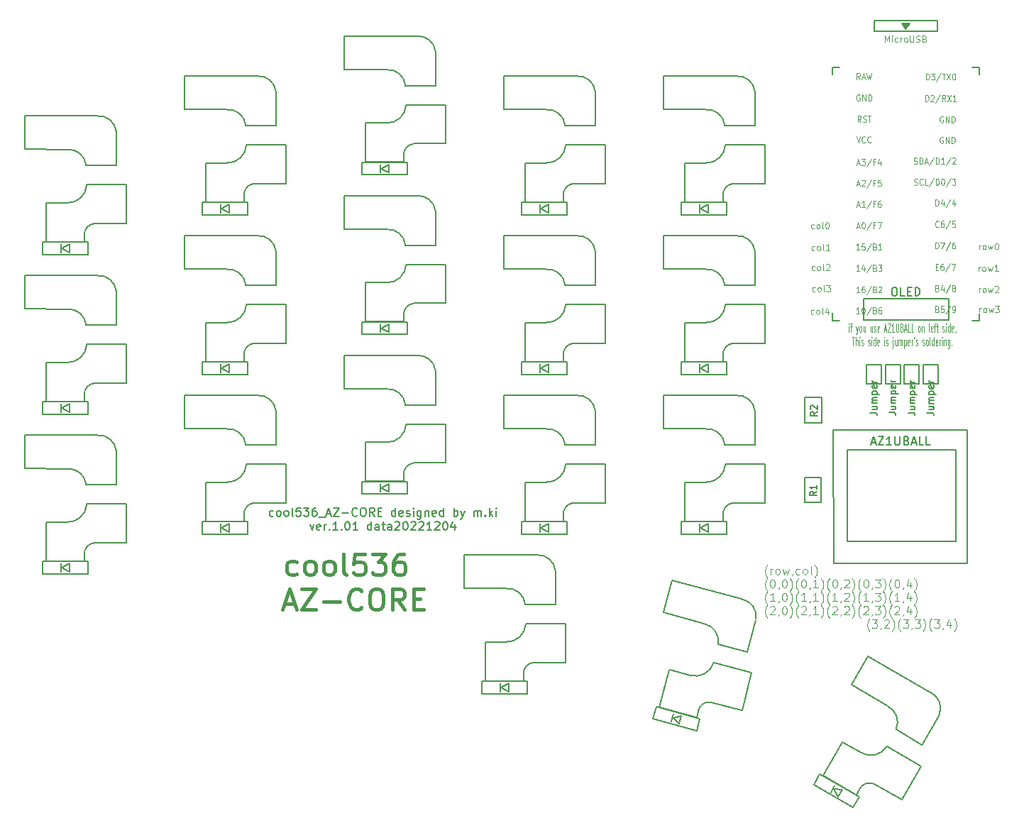
<source format=gbr>
G04 #@! TF.GenerationSoftware,KiCad,Pcbnew,(5.1.6-0-10_14)*
G04 #@! TF.CreationDate,2022-12-04T16:17:31+09:00*
G04 #@! TF.ProjectId,cool536_az-core,636f6f6c-3533-4365-9f61-7a2d636f7265,rev?*
G04 #@! TF.SameCoordinates,Original*
G04 #@! TF.FileFunction,Legend,Top*
G04 #@! TF.FilePolarity,Positive*
%FSLAX46Y46*%
G04 Gerber Fmt 4.6, Leading zero omitted, Abs format (unit mm)*
G04 Created by KiCad (PCBNEW (5.1.6-0-10_14)) date 2022-12-04 16:17:31*
%MOMM*%
%LPD*%
G01*
G04 APERTURE LIST*
%ADD10C,0.125000*%
%ADD11C,0.100000*%
%ADD12C,0.400000*%
%ADD13C,0.150000*%
%ADD14C,0.120000*%
G04 APERTURE END LIST*
D10*
X93502857Y-28469880D02*
X93502857Y-27803214D01*
X93502857Y-27469880D02*
X93479047Y-27517500D01*
X93502857Y-27565119D01*
X93526666Y-27517500D01*
X93502857Y-27469880D01*
X93502857Y-27565119D01*
X93669523Y-27803214D02*
X93860000Y-27803214D01*
X93740952Y-28469880D02*
X93740952Y-27612738D01*
X93764761Y-27517500D01*
X93812380Y-27469880D01*
X93860000Y-27469880D01*
X94360000Y-27803214D02*
X94479047Y-28469880D01*
X94598095Y-27803214D02*
X94479047Y-28469880D01*
X94431428Y-28707976D01*
X94407619Y-28755595D01*
X94360000Y-28803214D01*
X94860000Y-28469880D02*
X94812380Y-28422261D01*
X94788571Y-28374642D01*
X94764761Y-28279404D01*
X94764761Y-27993690D01*
X94788571Y-27898452D01*
X94812380Y-27850833D01*
X94860000Y-27803214D01*
X94931428Y-27803214D01*
X94979047Y-27850833D01*
X95002857Y-27898452D01*
X95026666Y-27993690D01*
X95026666Y-28279404D01*
X95002857Y-28374642D01*
X94979047Y-28422261D01*
X94931428Y-28469880D01*
X94860000Y-28469880D01*
X95455238Y-27803214D02*
X95455238Y-28469880D01*
X95240952Y-27803214D02*
X95240952Y-28327023D01*
X95264761Y-28422261D01*
X95312380Y-28469880D01*
X95383809Y-28469880D01*
X95431428Y-28422261D01*
X95455238Y-28374642D01*
X96288571Y-27803214D02*
X96288571Y-28469880D01*
X96074285Y-27803214D02*
X96074285Y-28327023D01*
X96098095Y-28422261D01*
X96145714Y-28469880D01*
X96217142Y-28469880D01*
X96264761Y-28422261D01*
X96288571Y-28374642D01*
X96502857Y-28422261D02*
X96550476Y-28469880D01*
X96645714Y-28469880D01*
X96693333Y-28422261D01*
X96717142Y-28327023D01*
X96717142Y-28279404D01*
X96693333Y-28184166D01*
X96645714Y-28136547D01*
X96574285Y-28136547D01*
X96526666Y-28088928D01*
X96502857Y-27993690D01*
X96502857Y-27946071D01*
X96526666Y-27850833D01*
X96574285Y-27803214D01*
X96645714Y-27803214D01*
X96693333Y-27850833D01*
X97121904Y-28422261D02*
X97074285Y-28469880D01*
X96979047Y-28469880D01*
X96931428Y-28422261D01*
X96907619Y-28327023D01*
X96907619Y-27946071D01*
X96931428Y-27850833D01*
X96979047Y-27803214D01*
X97074285Y-27803214D01*
X97121904Y-27850833D01*
X97145714Y-27946071D01*
X97145714Y-28041309D01*
X96907619Y-28136547D01*
X97717142Y-28184166D02*
X97955238Y-28184166D01*
X97669523Y-28469880D02*
X97836190Y-27469880D01*
X98002857Y-28469880D01*
X98121904Y-27469880D02*
X98455238Y-27469880D01*
X98121904Y-28469880D01*
X98455238Y-28469880D01*
X98907619Y-28469880D02*
X98621904Y-28469880D01*
X98764761Y-28469880D02*
X98764761Y-27469880D01*
X98717142Y-27612738D01*
X98669523Y-27707976D01*
X98621904Y-27755595D01*
X99121904Y-27469880D02*
X99121904Y-28279404D01*
X99145714Y-28374642D01*
X99169523Y-28422261D01*
X99217142Y-28469880D01*
X99312380Y-28469880D01*
X99360000Y-28422261D01*
X99383809Y-28374642D01*
X99407619Y-28279404D01*
X99407619Y-27469880D01*
X99812380Y-27946071D02*
X99883809Y-27993690D01*
X99907619Y-28041309D01*
X99931428Y-28136547D01*
X99931428Y-28279404D01*
X99907619Y-28374642D01*
X99883809Y-28422261D01*
X99836190Y-28469880D01*
X99645714Y-28469880D01*
X99645714Y-27469880D01*
X99812380Y-27469880D01*
X99860000Y-27517500D01*
X99883809Y-27565119D01*
X99907619Y-27660357D01*
X99907619Y-27755595D01*
X99883809Y-27850833D01*
X99860000Y-27898452D01*
X99812380Y-27946071D01*
X99645714Y-27946071D01*
X100121904Y-28184166D02*
X100360000Y-28184166D01*
X100074285Y-28469880D02*
X100240952Y-27469880D01*
X100407619Y-28469880D01*
X100812380Y-28469880D02*
X100574285Y-28469880D01*
X100574285Y-27469880D01*
X101217142Y-28469880D02*
X100979047Y-28469880D01*
X100979047Y-27469880D01*
X101836190Y-28469880D02*
X101788571Y-28422261D01*
X101764761Y-28374642D01*
X101740952Y-28279404D01*
X101740952Y-27993690D01*
X101764761Y-27898452D01*
X101788571Y-27850833D01*
X101836190Y-27803214D01*
X101907619Y-27803214D01*
X101955238Y-27850833D01*
X101979047Y-27898452D01*
X102002857Y-27993690D01*
X102002857Y-28279404D01*
X101979047Y-28374642D01*
X101955238Y-28422261D01*
X101907619Y-28469880D01*
X101836190Y-28469880D01*
X102217142Y-27803214D02*
X102217142Y-28469880D01*
X102217142Y-27898452D02*
X102240952Y-27850833D01*
X102288571Y-27803214D01*
X102360000Y-27803214D01*
X102407619Y-27850833D01*
X102431428Y-27946071D01*
X102431428Y-28469880D01*
X103121904Y-28469880D02*
X103074285Y-28422261D01*
X103050476Y-28327023D01*
X103050476Y-27469880D01*
X103502857Y-28422261D02*
X103455238Y-28469880D01*
X103360000Y-28469880D01*
X103312380Y-28422261D01*
X103288571Y-28327023D01*
X103288571Y-27946071D01*
X103312380Y-27850833D01*
X103360000Y-27803214D01*
X103455238Y-27803214D01*
X103502857Y-27850833D01*
X103526666Y-27946071D01*
X103526666Y-28041309D01*
X103288571Y-28136547D01*
X103669523Y-27803214D02*
X103860000Y-27803214D01*
X103740952Y-28469880D02*
X103740952Y-27612738D01*
X103764761Y-27517500D01*
X103812380Y-27469880D01*
X103860000Y-27469880D01*
X103955238Y-27803214D02*
X104145714Y-27803214D01*
X104026666Y-27469880D02*
X104026666Y-28327023D01*
X104050476Y-28422261D01*
X104098095Y-28469880D01*
X104145714Y-28469880D01*
X104669523Y-28422261D02*
X104717142Y-28469880D01*
X104812380Y-28469880D01*
X104860000Y-28422261D01*
X104883809Y-28327023D01*
X104883809Y-28279404D01*
X104860000Y-28184166D01*
X104812380Y-28136547D01*
X104740952Y-28136547D01*
X104693333Y-28088928D01*
X104669523Y-27993690D01*
X104669523Y-27946071D01*
X104693333Y-27850833D01*
X104740952Y-27803214D01*
X104812380Y-27803214D01*
X104860000Y-27850833D01*
X105098095Y-28469880D02*
X105098095Y-27803214D01*
X105098095Y-27469880D02*
X105074285Y-27517500D01*
X105098095Y-27565119D01*
X105121904Y-27517500D01*
X105098095Y-27469880D01*
X105098095Y-27565119D01*
X105550476Y-28469880D02*
X105550476Y-27469880D01*
X105550476Y-28422261D02*
X105502857Y-28469880D01*
X105407619Y-28469880D01*
X105360000Y-28422261D01*
X105336190Y-28374642D01*
X105312380Y-28279404D01*
X105312380Y-27993690D01*
X105336190Y-27898452D01*
X105360000Y-27850833D01*
X105407619Y-27803214D01*
X105502857Y-27803214D01*
X105550476Y-27850833D01*
X105979047Y-28422261D02*
X105931428Y-28469880D01*
X105836190Y-28469880D01*
X105788571Y-28422261D01*
X105764761Y-28327023D01*
X105764761Y-27946071D01*
X105788571Y-27850833D01*
X105836190Y-27803214D01*
X105931428Y-27803214D01*
X105979047Y-27850833D01*
X106002857Y-27946071D01*
X106002857Y-28041309D01*
X105764761Y-28136547D01*
X106240952Y-28422261D02*
X106240952Y-28469880D01*
X106217142Y-28565119D01*
X106193333Y-28612738D01*
X93883809Y-29094880D02*
X94169523Y-29094880D01*
X94026666Y-30094880D02*
X94026666Y-29094880D01*
X94336190Y-30094880D02*
X94336190Y-29094880D01*
X94550476Y-30094880D02*
X94550476Y-29571071D01*
X94526666Y-29475833D01*
X94479047Y-29428214D01*
X94407619Y-29428214D01*
X94360000Y-29475833D01*
X94336190Y-29523452D01*
X94788571Y-30094880D02*
X94788571Y-29428214D01*
X94788571Y-29094880D02*
X94764761Y-29142500D01*
X94788571Y-29190119D01*
X94812380Y-29142500D01*
X94788571Y-29094880D01*
X94788571Y-29190119D01*
X95002857Y-30047261D02*
X95050476Y-30094880D01*
X95145714Y-30094880D01*
X95193333Y-30047261D01*
X95217142Y-29952023D01*
X95217142Y-29904404D01*
X95193333Y-29809166D01*
X95145714Y-29761547D01*
X95074285Y-29761547D01*
X95026666Y-29713928D01*
X95002857Y-29618690D01*
X95002857Y-29571071D01*
X95026666Y-29475833D01*
X95074285Y-29428214D01*
X95145714Y-29428214D01*
X95193333Y-29475833D01*
X95788571Y-30047261D02*
X95836190Y-30094880D01*
X95931428Y-30094880D01*
X95979047Y-30047261D01*
X96002857Y-29952023D01*
X96002857Y-29904404D01*
X95979047Y-29809166D01*
X95931428Y-29761547D01*
X95860000Y-29761547D01*
X95812380Y-29713928D01*
X95788571Y-29618690D01*
X95788571Y-29571071D01*
X95812380Y-29475833D01*
X95860000Y-29428214D01*
X95931428Y-29428214D01*
X95979047Y-29475833D01*
X96217142Y-30094880D02*
X96217142Y-29428214D01*
X96217142Y-29094880D02*
X96193333Y-29142500D01*
X96217142Y-29190119D01*
X96240952Y-29142500D01*
X96217142Y-29094880D01*
X96217142Y-29190119D01*
X96669523Y-30094880D02*
X96669523Y-29094880D01*
X96669523Y-30047261D02*
X96621904Y-30094880D01*
X96526666Y-30094880D01*
X96479047Y-30047261D01*
X96455238Y-29999642D01*
X96431428Y-29904404D01*
X96431428Y-29618690D01*
X96455238Y-29523452D01*
X96479047Y-29475833D01*
X96526666Y-29428214D01*
X96621904Y-29428214D01*
X96669523Y-29475833D01*
X97098095Y-30047261D02*
X97050476Y-30094880D01*
X96955238Y-30094880D01*
X96907619Y-30047261D01*
X96883809Y-29952023D01*
X96883809Y-29571071D01*
X96907619Y-29475833D01*
X96955238Y-29428214D01*
X97050476Y-29428214D01*
X97098095Y-29475833D01*
X97121904Y-29571071D01*
X97121904Y-29666309D01*
X96883809Y-29761547D01*
X97717142Y-30094880D02*
X97717142Y-29428214D01*
X97717142Y-29094880D02*
X97693333Y-29142500D01*
X97717142Y-29190119D01*
X97740952Y-29142500D01*
X97717142Y-29094880D01*
X97717142Y-29190119D01*
X97931428Y-30047261D02*
X97979047Y-30094880D01*
X98074285Y-30094880D01*
X98121904Y-30047261D01*
X98145714Y-29952023D01*
X98145714Y-29904404D01*
X98121904Y-29809166D01*
X98074285Y-29761547D01*
X98002857Y-29761547D01*
X97955238Y-29713928D01*
X97931428Y-29618690D01*
X97931428Y-29571071D01*
X97955238Y-29475833D01*
X98002857Y-29428214D01*
X98074285Y-29428214D01*
X98121904Y-29475833D01*
X98740952Y-29428214D02*
X98740952Y-30285357D01*
X98717142Y-30380595D01*
X98669523Y-30428214D01*
X98645714Y-30428214D01*
X98740952Y-29094880D02*
X98717142Y-29142500D01*
X98740952Y-29190119D01*
X98764761Y-29142500D01*
X98740952Y-29094880D01*
X98740952Y-29190119D01*
X99193333Y-29428214D02*
X99193333Y-30094880D01*
X98979047Y-29428214D02*
X98979047Y-29952023D01*
X99002857Y-30047261D01*
X99050476Y-30094880D01*
X99121904Y-30094880D01*
X99169523Y-30047261D01*
X99193333Y-29999642D01*
X99431428Y-30094880D02*
X99431428Y-29428214D01*
X99431428Y-29523452D02*
X99455238Y-29475833D01*
X99502857Y-29428214D01*
X99574285Y-29428214D01*
X99621904Y-29475833D01*
X99645714Y-29571071D01*
X99645714Y-30094880D01*
X99645714Y-29571071D02*
X99669523Y-29475833D01*
X99717142Y-29428214D01*
X99788571Y-29428214D01*
X99836190Y-29475833D01*
X99860000Y-29571071D01*
X99860000Y-30094880D01*
X100098095Y-29428214D02*
X100098095Y-30428214D01*
X100098095Y-29475833D02*
X100145714Y-29428214D01*
X100240952Y-29428214D01*
X100288571Y-29475833D01*
X100312380Y-29523452D01*
X100336190Y-29618690D01*
X100336190Y-29904404D01*
X100312380Y-29999642D01*
X100288571Y-30047261D01*
X100240952Y-30094880D01*
X100145714Y-30094880D01*
X100098095Y-30047261D01*
X100740952Y-30047261D02*
X100693333Y-30094880D01*
X100598095Y-30094880D01*
X100550476Y-30047261D01*
X100526666Y-29952023D01*
X100526666Y-29571071D01*
X100550476Y-29475833D01*
X100598095Y-29428214D01*
X100693333Y-29428214D01*
X100740952Y-29475833D01*
X100764761Y-29571071D01*
X100764761Y-29666309D01*
X100526666Y-29761547D01*
X100979047Y-30094880D02*
X100979047Y-29428214D01*
X100979047Y-29618690D02*
X101002857Y-29523452D01*
X101026666Y-29475833D01*
X101074285Y-29428214D01*
X101121904Y-29428214D01*
X101312380Y-29094880D02*
X101312380Y-29142500D01*
X101288571Y-29237738D01*
X101264761Y-29285357D01*
X101502857Y-30047261D02*
X101550476Y-30094880D01*
X101645714Y-30094880D01*
X101693333Y-30047261D01*
X101717142Y-29952023D01*
X101717142Y-29904404D01*
X101693333Y-29809166D01*
X101645714Y-29761547D01*
X101574285Y-29761547D01*
X101526666Y-29713928D01*
X101502857Y-29618690D01*
X101502857Y-29571071D01*
X101526666Y-29475833D01*
X101574285Y-29428214D01*
X101645714Y-29428214D01*
X101693333Y-29475833D01*
X102288571Y-30047261D02*
X102336190Y-30094880D01*
X102431428Y-30094880D01*
X102479047Y-30047261D01*
X102502857Y-29952023D01*
X102502857Y-29904404D01*
X102479047Y-29809166D01*
X102431428Y-29761547D01*
X102360000Y-29761547D01*
X102312380Y-29713928D01*
X102288571Y-29618690D01*
X102288571Y-29571071D01*
X102312380Y-29475833D01*
X102360000Y-29428214D01*
X102431428Y-29428214D01*
X102479047Y-29475833D01*
X102788571Y-30094880D02*
X102740952Y-30047261D01*
X102717142Y-29999642D01*
X102693333Y-29904404D01*
X102693333Y-29618690D01*
X102717142Y-29523452D01*
X102740952Y-29475833D01*
X102788571Y-29428214D01*
X102860000Y-29428214D01*
X102907619Y-29475833D01*
X102931428Y-29523452D01*
X102955238Y-29618690D01*
X102955238Y-29904404D01*
X102931428Y-29999642D01*
X102907619Y-30047261D01*
X102860000Y-30094880D01*
X102788571Y-30094880D01*
X103240952Y-30094880D02*
X103193333Y-30047261D01*
X103169523Y-29952023D01*
X103169523Y-29094880D01*
X103645714Y-30094880D02*
X103645714Y-29094880D01*
X103645714Y-30047261D02*
X103598095Y-30094880D01*
X103502857Y-30094880D01*
X103455238Y-30047261D01*
X103431428Y-29999642D01*
X103407619Y-29904404D01*
X103407619Y-29618690D01*
X103431428Y-29523452D01*
X103455238Y-29475833D01*
X103502857Y-29428214D01*
X103598095Y-29428214D01*
X103645714Y-29475833D01*
X104074285Y-30047261D02*
X104026666Y-30094880D01*
X103931428Y-30094880D01*
X103883809Y-30047261D01*
X103860000Y-29952023D01*
X103860000Y-29571071D01*
X103883809Y-29475833D01*
X103931428Y-29428214D01*
X104026666Y-29428214D01*
X104074285Y-29475833D01*
X104098095Y-29571071D01*
X104098095Y-29666309D01*
X103860000Y-29761547D01*
X104312380Y-30094880D02*
X104312380Y-29428214D01*
X104312380Y-29618690D02*
X104336190Y-29523452D01*
X104360000Y-29475833D01*
X104407619Y-29428214D01*
X104455238Y-29428214D01*
X104621904Y-30094880D02*
X104621904Y-29428214D01*
X104621904Y-29094880D02*
X104598095Y-29142500D01*
X104621904Y-29190119D01*
X104645714Y-29142500D01*
X104621904Y-29094880D01*
X104621904Y-29190119D01*
X104860000Y-29428214D02*
X104860000Y-30094880D01*
X104860000Y-29523452D02*
X104883809Y-29475833D01*
X104931428Y-29428214D01*
X105002857Y-29428214D01*
X105050476Y-29475833D01*
X105074285Y-29571071D01*
X105074285Y-30094880D01*
X105526666Y-29428214D02*
X105526666Y-30237738D01*
X105502857Y-30332976D01*
X105479047Y-30380595D01*
X105431428Y-30428214D01*
X105360000Y-30428214D01*
X105312380Y-30380595D01*
X105526666Y-30047261D02*
X105479047Y-30094880D01*
X105383809Y-30094880D01*
X105336190Y-30047261D01*
X105312380Y-29999642D01*
X105288571Y-29904404D01*
X105288571Y-29618690D01*
X105312380Y-29523452D01*
X105336190Y-29475833D01*
X105383809Y-29428214D01*
X105479047Y-29428214D01*
X105526666Y-29475833D01*
X105764761Y-29999642D02*
X105788571Y-30047261D01*
X105764761Y-30094880D01*
X105740952Y-30047261D01*
X105764761Y-29999642D01*
X105764761Y-30094880D01*
D11*
X83768809Y-57813333D02*
X83721190Y-57765714D01*
X83625952Y-57622857D01*
X83578333Y-57527619D01*
X83530714Y-57384761D01*
X83483095Y-57146666D01*
X83483095Y-56956190D01*
X83530714Y-56718095D01*
X83578333Y-56575238D01*
X83625952Y-56480000D01*
X83721190Y-56337142D01*
X83768809Y-56289523D01*
X84149761Y-57432380D02*
X84149761Y-56765714D01*
X84149761Y-56956190D02*
X84197380Y-56860952D01*
X84245000Y-56813333D01*
X84340238Y-56765714D01*
X84435476Y-56765714D01*
X84911666Y-57432380D02*
X84816428Y-57384761D01*
X84768809Y-57337142D01*
X84721190Y-57241904D01*
X84721190Y-56956190D01*
X84768809Y-56860952D01*
X84816428Y-56813333D01*
X84911666Y-56765714D01*
X85054523Y-56765714D01*
X85149761Y-56813333D01*
X85197380Y-56860952D01*
X85245000Y-56956190D01*
X85245000Y-57241904D01*
X85197380Y-57337142D01*
X85149761Y-57384761D01*
X85054523Y-57432380D01*
X84911666Y-57432380D01*
X85578333Y-56765714D02*
X85768809Y-57432380D01*
X85959285Y-56956190D01*
X86149761Y-57432380D01*
X86340238Y-56765714D01*
X86768809Y-57384761D02*
X86768809Y-57432380D01*
X86721190Y-57527619D01*
X86673571Y-57575238D01*
X87625952Y-57384761D02*
X87530714Y-57432380D01*
X87340238Y-57432380D01*
X87245000Y-57384761D01*
X87197380Y-57337142D01*
X87149761Y-57241904D01*
X87149761Y-56956190D01*
X87197380Y-56860952D01*
X87245000Y-56813333D01*
X87340238Y-56765714D01*
X87530714Y-56765714D01*
X87625952Y-56813333D01*
X88197380Y-57432380D02*
X88102142Y-57384761D01*
X88054523Y-57337142D01*
X88006904Y-57241904D01*
X88006904Y-56956190D01*
X88054523Y-56860952D01*
X88102142Y-56813333D01*
X88197380Y-56765714D01*
X88340238Y-56765714D01*
X88435476Y-56813333D01*
X88483095Y-56860952D01*
X88530714Y-56956190D01*
X88530714Y-57241904D01*
X88483095Y-57337142D01*
X88435476Y-57384761D01*
X88340238Y-57432380D01*
X88197380Y-57432380D01*
X89102142Y-57432380D02*
X89006904Y-57384761D01*
X88959285Y-57289523D01*
X88959285Y-56432380D01*
X89387857Y-57813333D02*
X89435476Y-57765714D01*
X89530714Y-57622857D01*
X89578333Y-57527619D01*
X89625952Y-57384761D01*
X89673571Y-57146666D01*
X89673571Y-56956190D01*
X89625952Y-56718095D01*
X89578333Y-56575238D01*
X89530714Y-56480000D01*
X89435476Y-56337142D01*
X89387857Y-56289523D01*
X83768809Y-59413333D02*
X83721190Y-59365714D01*
X83625952Y-59222857D01*
X83578333Y-59127619D01*
X83530714Y-58984761D01*
X83483095Y-58746666D01*
X83483095Y-58556190D01*
X83530714Y-58318095D01*
X83578333Y-58175238D01*
X83625952Y-58080000D01*
X83721190Y-57937142D01*
X83768809Y-57889523D01*
X84340238Y-58032380D02*
X84435476Y-58032380D01*
X84530714Y-58080000D01*
X84578333Y-58127619D01*
X84625952Y-58222857D01*
X84673571Y-58413333D01*
X84673571Y-58651428D01*
X84625952Y-58841904D01*
X84578333Y-58937142D01*
X84530714Y-58984761D01*
X84435476Y-59032380D01*
X84340238Y-59032380D01*
X84245000Y-58984761D01*
X84197380Y-58937142D01*
X84149761Y-58841904D01*
X84102142Y-58651428D01*
X84102142Y-58413333D01*
X84149761Y-58222857D01*
X84197380Y-58127619D01*
X84245000Y-58080000D01*
X84340238Y-58032380D01*
X85149761Y-58984761D02*
X85149761Y-59032380D01*
X85102142Y-59127619D01*
X85054523Y-59175238D01*
X85768809Y-58032380D02*
X85864047Y-58032380D01*
X85959285Y-58080000D01*
X86006904Y-58127619D01*
X86054523Y-58222857D01*
X86102142Y-58413333D01*
X86102142Y-58651428D01*
X86054523Y-58841904D01*
X86006904Y-58937142D01*
X85959285Y-58984761D01*
X85864047Y-59032380D01*
X85768809Y-59032380D01*
X85673571Y-58984761D01*
X85625952Y-58937142D01*
X85578333Y-58841904D01*
X85530714Y-58651428D01*
X85530714Y-58413333D01*
X85578333Y-58222857D01*
X85625952Y-58127619D01*
X85673571Y-58080000D01*
X85768809Y-58032380D01*
X86435476Y-59413333D02*
X86483095Y-59365714D01*
X86578333Y-59222857D01*
X86625952Y-59127619D01*
X86673571Y-58984761D01*
X86721190Y-58746666D01*
X86721190Y-58556190D01*
X86673571Y-58318095D01*
X86625952Y-58175238D01*
X86578333Y-58080000D01*
X86483095Y-57937142D01*
X86435476Y-57889523D01*
X87483095Y-59413333D02*
X87435476Y-59365714D01*
X87340238Y-59222857D01*
X87292619Y-59127619D01*
X87245000Y-58984761D01*
X87197380Y-58746666D01*
X87197380Y-58556190D01*
X87245000Y-58318095D01*
X87292619Y-58175238D01*
X87340238Y-58080000D01*
X87435476Y-57937142D01*
X87483095Y-57889523D01*
X88054523Y-58032380D02*
X88149761Y-58032380D01*
X88245000Y-58080000D01*
X88292619Y-58127619D01*
X88340238Y-58222857D01*
X88387857Y-58413333D01*
X88387857Y-58651428D01*
X88340238Y-58841904D01*
X88292619Y-58937142D01*
X88245000Y-58984761D01*
X88149761Y-59032380D01*
X88054523Y-59032380D01*
X87959285Y-58984761D01*
X87911666Y-58937142D01*
X87864047Y-58841904D01*
X87816428Y-58651428D01*
X87816428Y-58413333D01*
X87864047Y-58222857D01*
X87911666Y-58127619D01*
X87959285Y-58080000D01*
X88054523Y-58032380D01*
X88864047Y-58984761D02*
X88864047Y-59032380D01*
X88816428Y-59127619D01*
X88768809Y-59175238D01*
X89816428Y-59032380D02*
X89245000Y-59032380D01*
X89530714Y-59032380D02*
X89530714Y-58032380D01*
X89435476Y-58175238D01*
X89340238Y-58270476D01*
X89245000Y-58318095D01*
X90149761Y-59413333D02*
X90197380Y-59365714D01*
X90292619Y-59222857D01*
X90340238Y-59127619D01*
X90387857Y-58984761D01*
X90435476Y-58746666D01*
X90435476Y-58556190D01*
X90387857Y-58318095D01*
X90340238Y-58175238D01*
X90292619Y-58080000D01*
X90197380Y-57937142D01*
X90149761Y-57889523D01*
X91197380Y-59413333D02*
X91149761Y-59365714D01*
X91054523Y-59222857D01*
X91006904Y-59127619D01*
X90959285Y-58984761D01*
X90911666Y-58746666D01*
X90911666Y-58556190D01*
X90959285Y-58318095D01*
X91006904Y-58175238D01*
X91054523Y-58080000D01*
X91149761Y-57937142D01*
X91197380Y-57889523D01*
X91768809Y-58032380D02*
X91864047Y-58032380D01*
X91959285Y-58080000D01*
X92006904Y-58127619D01*
X92054523Y-58222857D01*
X92102142Y-58413333D01*
X92102142Y-58651428D01*
X92054523Y-58841904D01*
X92006904Y-58937142D01*
X91959285Y-58984761D01*
X91864047Y-59032380D01*
X91768809Y-59032380D01*
X91673571Y-58984761D01*
X91625952Y-58937142D01*
X91578333Y-58841904D01*
X91530714Y-58651428D01*
X91530714Y-58413333D01*
X91578333Y-58222857D01*
X91625952Y-58127619D01*
X91673571Y-58080000D01*
X91768809Y-58032380D01*
X92578333Y-58984761D02*
X92578333Y-59032380D01*
X92530714Y-59127619D01*
X92483095Y-59175238D01*
X92959285Y-58127619D02*
X93006904Y-58080000D01*
X93102142Y-58032380D01*
X93340238Y-58032380D01*
X93435476Y-58080000D01*
X93483095Y-58127619D01*
X93530714Y-58222857D01*
X93530714Y-58318095D01*
X93483095Y-58460952D01*
X92911666Y-59032380D01*
X93530714Y-59032380D01*
X93864047Y-59413333D02*
X93911666Y-59365714D01*
X94006904Y-59222857D01*
X94054523Y-59127619D01*
X94102142Y-58984761D01*
X94149761Y-58746666D01*
X94149761Y-58556190D01*
X94102142Y-58318095D01*
X94054523Y-58175238D01*
X94006904Y-58080000D01*
X93911666Y-57937142D01*
X93864047Y-57889523D01*
X94911666Y-59413333D02*
X94864047Y-59365714D01*
X94768809Y-59222857D01*
X94721190Y-59127619D01*
X94673571Y-58984761D01*
X94625952Y-58746666D01*
X94625952Y-58556190D01*
X94673571Y-58318095D01*
X94721190Y-58175238D01*
X94768809Y-58080000D01*
X94864047Y-57937142D01*
X94911666Y-57889523D01*
X95483095Y-58032380D02*
X95578333Y-58032380D01*
X95673571Y-58080000D01*
X95721190Y-58127619D01*
X95768809Y-58222857D01*
X95816428Y-58413333D01*
X95816428Y-58651428D01*
X95768809Y-58841904D01*
X95721190Y-58937142D01*
X95673571Y-58984761D01*
X95578333Y-59032380D01*
X95483095Y-59032380D01*
X95387857Y-58984761D01*
X95340238Y-58937142D01*
X95292619Y-58841904D01*
X95245000Y-58651428D01*
X95245000Y-58413333D01*
X95292619Y-58222857D01*
X95340238Y-58127619D01*
X95387857Y-58080000D01*
X95483095Y-58032380D01*
X96292619Y-58984761D02*
X96292619Y-59032380D01*
X96245000Y-59127619D01*
X96197380Y-59175238D01*
X96625952Y-58032380D02*
X97245000Y-58032380D01*
X96911666Y-58413333D01*
X97054523Y-58413333D01*
X97149761Y-58460952D01*
X97197380Y-58508571D01*
X97245000Y-58603809D01*
X97245000Y-58841904D01*
X97197380Y-58937142D01*
X97149761Y-58984761D01*
X97054523Y-59032380D01*
X96768809Y-59032380D01*
X96673571Y-58984761D01*
X96625952Y-58937142D01*
X97578333Y-59413333D02*
X97625952Y-59365714D01*
X97721190Y-59222857D01*
X97768809Y-59127619D01*
X97816428Y-58984761D01*
X97864047Y-58746666D01*
X97864047Y-58556190D01*
X97816428Y-58318095D01*
X97768809Y-58175238D01*
X97721190Y-58080000D01*
X97625952Y-57937142D01*
X97578333Y-57889523D01*
X98625952Y-59413333D02*
X98578333Y-59365714D01*
X98483095Y-59222857D01*
X98435476Y-59127619D01*
X98387857Y-58984761D01*
X98340238Y-58746666D01*
X98340238Y-58556190D01*
X98387857Y-58318095D01*
X98435476Y-58175238D01*
X98483095Y-58080000D01*
X98578333Y-57937142D01*
X98625952Y-57889523D01*
X99197380Y-58032380D02*
X99292619Y-58032380D01*
X99387857Y-58080000D01*
X99435476Y-58127619D01*
X99483095Y-58222857D01*
X99530714Y-58413333D01*
X99530714Y-58651428D01*
X99483095Y-58841904D01*
X99435476Y-58937142D01*
X99387857Y-58984761D01*
X99292619Y-59032380D01*
X99197380Y-59032380D01*
X99102142Y-58984761D01*
X99054523Y-58937142D01*
X99006904Y-58841904D01*
X98959285Y-58651428D01*
X98959285Y-58413333D01*
X99006904Y-58222857D01*
X99054523Y-58127619D01*
X99102142Y-58080000D01*
X99197380Y-58032380D01*
X100006904Y-58984761D02*
X100006904Y-59032380D01*
X99959285Y-59127619D01*
X99911666Y-59175238D01*
X100864047Y-58365714D02*
X100864047Y-59032380D01*
X100625952Y-57984761D02*
X100387857Y-58699047D01*
X101006904Y-58699047D01*
X101292619Y-59413333D02*
X101340238Y-59365714D01*
X101435476Y-59222857D01*
X101483095Y-59127619D01*
X101530714Y-58984761D01*
X101578333Y-58746666D01*
X101578333Y-58556190D01*
X101530714Y-58318095D01*
X101483095Y-58175238D01*
X101435476Y-58080000D01*
X101340238Y-57937142D01*
X101292619Y-57889523D01*
X83768809Y-61013333D02*
X83721190Y-60965714D01*
X83625952Y-60822857D01*
X83578333Y-60727619D01*
X83530714Y-60584761D01*
X83483095Y-60346666D01*
X83483095Y-60156190D01*
X83530714Y-59918095D01*
X83578333Y-59775238D01*
X83625952Y-59680000D01*
X83721190Y-59537142D01*
X83768809Y-59489523D01*
X84673571Y-60632380D02*
X84102142Y-60632380D01*
X84387857Y-60632380D02*
X84387857Y-59632380D01*
X84292619Y-59775238D01*
X84197380Y-59870476D01*
X84102142Y-59918095D01*
X85149761Y-60584761D02*
X85149761Y-60632380D01*
X85102142Y-60727619D01*
X85054523Y-60775238D01*
X85768809Y-59632380D02*
X85864047Y-59632380D01*
X85959285Y-59680000D01*
X86006904Y-59727619D01*
X86054523Y-59822857D01*
X86102142Y-60013333D01*
X86102142Y-60251428D01*
X86054523Y-60441904D01*
X86006904Y-60537142D01*
X85959285Y-60584761D01*
X85864047Y-60632380D01*
X85768809Y-60632380D01*
X85673571Y-60584761D01*
X85625952Y-60537142D01*
X85578333Y-60441904D01*
X85530714Y-60251428D01*
X85530714Y-60013333D01*
X85578333Y-59822857D01*
X85625952Y-59727619D01*
X85673571Y-59680000D01*
X85768809Y-59632380D01*
X86435476Y-61013333D02*
X86483095Y-60965714D01*
X86578333Y-60822857D01*
X86625952Y-60727619D01*
X86673571Y-60584761D01*
X86721190Y-60346666D01*
X86721190Y-60156190D01*
X86673571Y-59918095D01*
X86625952Y-59775238D01*
X86578333Y-59680000D01*
X86483095Y-59537142D01*
X86435476Y-59489523D01*
X87483095Y-61013333D02*
X87435476Y-60965714D01*
X87340238Y-60822857D01*
X87292619Y-60727619D01*
X87245000Y-60584761D01*
X87197380Y-60346666D01*
X87197380Y-60156190D01*
X87245000Y-59918095D01*
X87292619Y-59775238D01*
X87340238Y-59680000D01*
X87435476Y-59537142D01*
X87483095Y-59489523D01*
X88387857Y-60632380D02*
X87816428Y-60632380D01*
X88102142Y-60632380D02*
X88102142Y-59632380D01*
X88006904Y-59775238D01*
X87911666Y-59870476D01*
X87816428Y-59918095D01*
X88864047Y-60584761D02*
X88864047Y-60632380D01*
X88816428Y-60727619D01*
X88768809Y-60775238D01*
X89816428Y-60632380D02*
X89245000Y-60632380D01*
X89530714Y-60632380D02*
X89530714Y-59632380D01*
X89435476Y-59775238D01*
X89340238Y-59870476D01*
X89245000Y-59918095D01*
X90149761Y-61013333D02*
X90197380Y-60965714D01*
X90292619Y-60822857D01*
X90340238Y-60727619D01*
X90387857Y-60584761D01*
X90435476Y-60346666D01*
X90435476Y-60156190D01*
X90387857Y-59918095D01*
X90340238Y-59775238D01*
X90292619Y-59680000D01*
X90197380Y-59537142D01*
X90149761Y-59489523D01*
X91197380Y-61013333D02*
X91149761Y-60965714D01*
X91054523Y-60822857D01*
X91006904Y-60727619D01*
X90959285Y-60584761D01*
X90911666Y-60346666D01*
X90911666Y-60156190D01*
X90959285Y-59918095D01*
X91006904Y-59775238D01*
X91054523Y-59680000D01*
X91149761Y-59537142D01*
X91197380Y-59489523D01*
X92102142Y-60632380D02*
X91530714Y-60632380D01*
X91816428Y-60632380D02*
X91816428Y-59632380D01*
X91721190Y-59775238D01*
X91625952Y-59870476D01*
X91530714Y-59918095D01*
X92578333Y-60584761D02*
X92578333Y-60632380D01*
X92530714Y-60727619D01*
X92483095Y-60775238D01*
X92959285Y-59727619D02*
X93006904Y-59680000D01*
X93102142Y-59632380D01*
X93340238Y-59632380D01*
X93435476Y-59680000D01*
X93483095Y-59727619D01*
X93530714Y-59822857D01*
X93530714Y-59918095D01*
X93483095Y-60060952D01*
X92911666Y-60632380D01*
X93530714Y-60632380D01*
X93864047Y-61013333D02*
X93911666Y-60965714D01*
X94006904Y-60822857D01*
X94054523Y-60727619D01*
X94102142Y-60584761D01*
X94149761Y-60346666D01*
X94149761Y-60156190D01*
X94102142Y-59918095D01*
X94054523Y-59775238D01*
X94006904Y-59680000D01*
X93911666Y-59537142D01*
X93864047Y-59489523D01*
X94911666Y-61013333D02*
X94864047Y-60965714D01*
X94768809Y-60822857D01*
X94721190Y-60727619D01*
X94673571Y-60584761D01*
X94625952Y-60346666D01*
X94625952Y-60156190D01*
X94673571Y-59918095D01*
X94721190Y-59775238D01*
X94768809Y-59680000D01*
X94864047Y-59537142D01*
X94911666Y-59489523D01*
X95816428Y-60632380D02*
X95245000Y-60632380D01*
X95530714Y-60632380D02*
X95530714Y-59632380D01*
X95435476Y-59775238D01*
X95340238Y-59870476D01*
X95245000Y-59918095D01*
X96292619Y-60584761D02*
X96292619Y-60632380D01*
X96245000Y-60727619D01*
X96197380Y-60775238D01*
X96625952Y-59632380D02*
X97245000Y-59632380D01*
X96911666Y-60013333D01*
X97054523Y-60013333D01*
X97149761Y-60060952D01*
X97197380Y-60108571D01*
X97245000Y-60203809D01*
X97245000Y-60441904D01*
X97197380Y-60537142D01*
X97149761Y-60584761D01*
X97054523Y-60632380D01*
X96768809Y-60632380D01*
X96673571Y-60584761D01*
X96625952Y-60537142D01*
X97578333Y-61013333D02*
X97625952Y-60965714D01*
X97721190Y-60822857D01*
X97768809Y-60727619D01*
X97816428Y-60584761D01*
X97864047Y-60346666D01*
X97864047Y-60156190D01*
X97816428Y-59918095D01*
X97768809Y-59775238D01*
X97721190Y-59680000D01*
X97625952Y-59537142D01*
X97578333Y-59489523D01*
X98625952Y-61013333D02*
X98578333Y-60965714D01*
X98483095Y-60822857D01*
X98435476Y-60727619D01*
X98387857Y-60584761D01*
X98340238Y-60346666D01*
X98340238Y-60156190D01*
X98387857Y-59918095D01*
X98435476Y-59775238D01*
X98483095Y-59680000D01*
X98578333Y-59537142D01*
X98625952Y-59489523D01*
X99530714Y-60632380D02*
X98959285Y-60632380D01*
X99245000Y-60632380D02*
X99245000Y-59632380D01*
X99149761Y-59775238D01*
X99054523Y-59870476D01*
X98959285Y-59918095D01*
X100006904Y-60584761D02*
X100006904Y-60632380D01*
X99959285Y-60727619D01*
X99911666Y-60775238D01*
X100864047Y-59965714D02*
X100864047Y-60632380D01*
X100625952Y-59584761D02*
X100387857Y-60299047D01*
X101006904Y-60299047D01*
X101292619Y-61013333D02*
X101340238Y-60965714D01*
X101435476Y-60822857D01*
X101483095Y-60727619D01*
X101530714Y-60584761D01*
X101578333Y-60346666D01*
X101578333Y-60156190D01*
X101530714Y-59918095D01*
X101483095Y-59775238D01*
X101435476Y-59680000D01*
X101340238Y-59537142D01*
X101292619Y-59489523D01*
X83768809Y-62613333D02*
X83721190Y-62565714D01*
X83625952Y-62422857D01*
X83578333Y-62327619D01*
X83530714Y-62184761D01*
X83483095Y-61946666D01*
X83483095Y-61756190D01*
X83530714Y-61518095D01*
X83578333Y-61375238D01*
X83625952Y-61280000D01*
X83721190Y-61137142D01*
X83768809Y-61089523D01*
X84102142Y-61327619D02*
X84149761Y-61280000D01*
X84245000Y-61232380D01*
X84483095Y-61232380D01*
X84578333Y-61280000D01*
X84625952Y-61327619D01*
X84673571Y-61422857D01*
X84673571Y-61518095D01*
X84625952Y-61660952D01*
X84054523Y-62232380D01*
X84673571Y-62232380D01*
X85149761Y-62184761D02*
X85149761Y-62232380D01*
X85102142Y-62327619D01*
X85054523Y-62375238D01*
X85768809Y-61232380D02*
X85864047Y-61232380D01*
X85959285Y-61280000D01*
X86006904Y-61327619D01*
X86054523Y-61422857D01*
X86102142Y-61613333D01*
X86102142Y-61851428D01*
X86054523Y-62041904D01*
X86006904Y-62137142D01*
X85959285Y-62184761D01*
X85864047Y-62232380D01*
X85768809Y-62232380D01*
X85673571Y-62184761D01*
X85625952Y-62137142D01*
X85578333Y-62041904D01*
X85530714Y-61851428D01*
X85530714Y-61613333D01*
X85578333Y-61422857D01*
X85625952Y-61327619D01*
X85673571Y-61280000D01*
X85768809Y-61232380D01*
X86435476Y-62613333D02*
X86483095Y-62565714D01*
X86578333Y-62422857D01*
X86625952Y-62327619D01*
X86673571Y-62184761D01*
X86721190Y-61946666D01*
X86721190Y-61756190D01*
X86673571Y-61518095D01*
X86625952Y-61375238D01*
X86578333Y-61280000D01*
X86483095Y-61137142D01*
X86435476Y-61089523D01*
X87483095Y-62613333D02*
X87435476Y-62565714D01*
X87340238Y-62422857D01*
X87292619Y-62327619D01*
X87245000Y-62184761D01*
X87197380Y-61946666D01*
X87197380Y-61756190D01*
X87245000Y-61518095D01*
X87292619Y-61375238D01*
X87340238Y-61280000D01*
X87435476Y-61137142D01*
X87483095Y-61089523D01*
X87816428Y-61327619D02*
X87864047Y-61280000D01*
X87959285Y-61232380D01*
X88197380Y-61232380D01*
X88292619Y-61280000D01*
X88340238Y-61327619D01*
X88387857Y-61422857D01*
X88387857Y-61518095D01*
X88340238Y-61660952D01*
X87768809Y-62232380D01*
X88387857Y-62232380D01*
X88864047Y-62184761D02*
X88864047Y-62232380D01*
X88816428Y-62327619D01*
X88768809Y-62375238D01*
X89816428Y-62232380D02*
X89245000Y-62232380D01*
X89530714Y-62232380D02*
X89530714Y-61232380D01*
X89435476Y-61375238D01*
X89340238Y-61470476D01*
X89245000Y-61518095D01*
X90149761Y-62613333D02*
X90197380Y-62565714D01*
X90292619Y-62422857D01*
X90340238Y-62327619D01*
X90387857Y-62184761D01*
X90435476Y-61946666D01*
X90435476Y-61756190D01*
X90387857Y-61518095D01*
X90340238Y-61375238D01*
X90292619Y-61280000D01*
X90197380Y-61137142D01*
X90149761Y-61089523D01*
X91197380Y-62613333D02*
X91149761Y-62565714D01*
X91054523Y-62422857D01*
X91006904Y-62327619D01*
X90959285Y-62184761D01*
X90911666Y-61946666D01*
X90911666Y-61756190D01*
X90959285Y-61518095D01*
X91006904Y-61375238D01*
X91054523Y-61280000D01*
X91149761Y-61137142D01*
X91197380Y-61089523D01*
X91530714Y-61327619D02*
X91578333Y-61280000D01*
X91673571Y-61232380D01*
X91911666Y-61232380D01*
X92006904Y-61280000D01*
X92054523Y-61327619D01*
X92102142Y-61422857D01*
X92102142Y-61518095D01*
X92054523Y-61660952D01*
X91483095Y-62232380D01*
X92102142Y-62232380D01*
X92578333Y-62184761D02*
X92578333Y-62232380D01*
X92530714Y-62327619D01*
X92483095Y-62375238D01*
X92959285Y-61327619D02*
X93006904Y-61280000D01*
X93102142Y-61232380D01*
X93340238Y-61232380D01*
X93435476Y-61280000D01*
X93483095Y-61327619D01*
X93530714Y-61422857D01*
X93530714Y-61518095D01*
X93483095Y-61660952D01*
X92911666Y-62232380D01*
X93530714Y-62232380D01*
X93864047Y-62613333D02*
X93911666Y-62565714D01*
X94006904Y-62422857D01*
X94054523Y-62327619D01*
X94102142Y-62184761D01*
X94149761Y-61946666D01*
X94149761Y-61756190D01*
X94102142Y-61518095D01*
X94054523Y-61375238D01*
X94006904Y-61280000D01*
X93911666Y-61137142D01*
X93864047Y-61089523D01*
X94911666Y-62613333D02*
X94864047Y-62565714D01*
X94768809Y-62422857D01*
X94721190Y-62327619D01*
X94673571Y-62184761D01*
X94625952Y-61946666D01*
X94625952Y-61756190D01*
X94673571Y-61518095D01*
X94721190Y-61375238D01*
X94768809Y-61280000D01*
X94864047Y-61137142D01*
X94911666Y-61089523D01*
X95245000Y-61327619D02*
X95292619Y-61280000D01*
X95387857Y-61232380D01*
X95625952Y-61232380D01*
X95721190Y-61280000D01*
X95768809Y-61327619D01*
X95816428Y-61422857D01*
X95816428Y-61518095D01*
X95768809Y-61660952D01*
X95197380Y-62232380D01*
X95816428Y-62232380D01*
X96292619Y-62184761D02*
X96292619Y-62232380D01*
X96245000Y-62327619D01*
X96197380Y-62375238D01*
X96625952Y-61232380D02*
X97245000Y-61232380D01*
X96911666Y-61613333D01*
X97054523Y-61613333D01*
X97149761Y-61660952D01*
X97197380Y-61708571D01*
X97245000Y-61803809D01*
X97245000Y-62041904D01*
X97197380Y-62137142D01*
X97149761Y-62184761D01*
X97054523Y-62232380D01*
X96768809Y-62232380D01*
X96673571Y-62184761D01*
X96625952Y-62137142D01*
X97578333Y-62613333D02*
X97625952Y-62565714D01*
X97721190Y-62422857D01*
X97768809Y-62327619D01*
X97816428Y-62184761D01*
X97864047Y-61946666D01*
X97864047Y-61756190D01*
X97816428Y-61518095D01*
X97768809Y-61375238D01*
X97721190Y-61280000D01*
X97625952Y-61137142D01*
X97578333Y-61089523D01*
X98625952Y-62613333D02*
X98578333Y-62565714D01*
X98483095Y-62422857D01*
X98435476Y-62327619D01*
X98387857Y-62184761D01*
X98340238Y-61946666D01*
X98340238Y-61756190D01*
X98387857Y-61518095D01*
X98435476Y-61375238D01*
X98483095Y-61280000D01*
X98578333Y-61137142D01*
X98625952Y-61089523D01*
X98959285Y-61327619D02*
X99006904Y-61280000D01*
X99102142Y-61232380D01*
X99340238Y-61232380D01*
X99435476Y-61280000D01*
X99483095Y-61327619D01*
X99530714Y-61422857D01*
X99530714Y-61518095D01*
X99483095Y-61660952D01*
X98911666Y-62232380D01*
X99530714Y-62232380D01*
X100006904Y-62184761D02*
X100006904Y-62232380D01*
X99959285Y-62327619D01*
X99911666Y-62375238D01*
X100864047Y-61565714D02*
X100864047Y-62232380D01*
X100625952Y-61184761D02*
X100387857Y-61899047D01*
X101006904Y-61899047D01*
X101292619Y-62613333D02*
X101340238Y-62565714D01*
X101435476Y-62422857D01*
X101483095Y-62327619D01*
X101530714Y-62184761D01*
X101578333Y-61946666D01*
X101578333Y-61756190D01*
X101530714Y-61518095D01*
X101483095Y-61375238D01*
X101435476Y-61280000D01*
X101340238Y-61137142D01*
X101292619Y-61089523D01*
X95959285Y-64213333D02*
X95911666Y-64165714D01*
X95816428Y-64022857D01*
X95768809Y-63927619D01*
X95721190Y-63784761D01*
X95673571Y-63546666D01*
X95673571Y-63356190D01*
X95721190Y-63118095D01*
X95768809Y-62975238D01*
X95816428Y-62880000D01*
X95911666Y-62737142D01*
X95959285Y-62689523D01*
X96245000Y-62832380D02*
X96864047Y-62832380D01*
X96530714Y-63213333D01*
X96673571Y-63213333D01*
X96768809Y-63260952D01*
X96816428Y-63308571D01*
X96864047Y-63403809D01*
X96864047Y-63641904D01*
X96816428Y-63737142D01*
X96768809Y-63784761D01*
X96673571Y-63832380D01*
X96387857Y-63832380D01*
X96292619Y-63784761D01*
X96245000Y-63737142D01*
X97340238Y-63784761D02*
X97340238Y-63832380D01*
X97292619Y-63927619D01*
X97245000Y-63975238D01*
X97721190Y-62927619D02*
X97768809Y-62880000D01*
X97864047Y-62832380D01*
X98102142Y-62832380D01*
X98197380Y-62880000D01*
X98245000Y-62927619D01*
X98292619Y-63022857D01*
X98292619Y-63118095D01*
X98245000Y-63260952D01*
X97673571Y-63832380D01*
X98292619Y-63832380D01*
X98625952Y-64213333D02*
X98673571Y-64165714D01*
X98768809Y-64022857D01*
X98816428Y-63927619D01*
X98864047Y-63784761D01*
X98911666Y-63546666D01*
X98911666Y-63356190D01*
X98864047Y-63118095D01*
X98816428Y-62975238D01*
X98768809Y-62880000D01*
X98673571Y-62737142D01*
X98625952Y-62689523D01*
X99673571Y-64213333D02*
X99625952Y-64165714D01*
X99530714Y-64022857D01*
X99483095Y-63927619D01*
X99435476Y-63784761D01*
X99387857Y-63546666D01*
X99387857Y-63356190D01*
X99435476Y-63118095D01*
X99483095Y-62975238D01*
X99530714Y-62880000D01*
X99625952Y-62737142D01*
X99673571Y-62689523D01*
X99959285Y-62832380D02*
X100578333Y-62832380D01*
X100245000Y-63213333D01*
X100387857Y-63213333D01*
X100483095Y-63260952D01*
X100530714Y-63308571D01*
X100578333Y-63403809D01*
X100578333Y-63641904D01*
X100530714Y-63737142D01*
X100483095Y-63784761D01*
X100387857Y-63832380D01*
X100102142Y-63832380D01*
X100006904Y-63784761D01*
X99959285Y-63737142D01*
X101054523Y-63784761D02*
X101054523Y-63832380D01*
X101006904Y-63927619D01*
X100959285Y-63975238D01*
X101387857Y-62832380D02*
X102006904Y-62832380D01*
X101673571Y-63213333D01*
X101816428Y-63213333D01*
X101911666Y-63260952D01*
X101959285Y-63308571D01*
X102006904Y-63403809D01*
X102006904Y-63641904D01*
X101959285Y-63737142D01*
X101911666Y-63784761D01*
X101816428Y-63832380D01*
X101530714Y-63832380D01*
X101435476Y-63784761D01*
X101387857Y-63737142D01*
X102340238Y-64213333D02*
X102387857Y-64165714D01*
X102483095Y-64022857D01*
X102530714Y-63927619D01*
X102578333Y-63784761D01*
X102625952Y-63546666D01*
X102625952Y-63356190D01*
X102578333Y-63118095D01*
X102530714Y-62975238D01*
X102483095Y-62880000D01*
X102387857Y-62737142D01*
X102340238Y-62689523D01*
X103387857Y-64213333D02*
X103340238Y-64165714D01*
X103245000Y-64022857D01*
X103197380Y-63927619D01*
X103149761Y-63784761D01*
X103102142Y-63546666D01*
X103102142Y-63356190D01*
X103149761Y-63118095D01*
X103197380Y-62975238D01*
X103245000Y-62880000D01*
X103340238Y-62737142D01*
X103387857Y-62689523D01*
X103673571Y-62832380D02*
X104292619Y-62832380D01*
X103959285Y-63213333D01*
X104102142Y-63213333D01*
X104197380Y-63260952D01*
X104245000Y-63308571D01*
X104292619Y-63403809D01*
X104292619Y-63641904D01*
X104245000Y-63737142D01*
X104197380Y-63784761D01*
X104102142Y-63832380D01*
X103816428Y-63832380D01*
X103721190Y-63784761D01*
X103673571Y-63737142D01*
X104768809Y-63784761D02*
X104768809Y-63832380D01*
X104721190Y-63927619D01*
X104673571Y-63975238D01*
X105625952Y-63165714D02*
X105625952Y-63832380D01*
X105387857Y-62784761D02*
X105149761Y-63499047D01*
X105768809Y-63499047D01*
X106054523Y-64213333D02*
X106102142Y-64165714D01*
X106197380Y-64022857D01*
X106245000Y-63927619D01*
X106292619Y-63784761D01*
X106340238Y-63546666D01*
X106340238Y-63356190D01*
X106292619Y-63118095D01*
X106245000Y-62975238D01*
X106197380Y-62880000D01*
X106102142Y-62737142D01*
X106054523Y-62689523D01*
X109027142Y-18639285D02*
X109027142Y-18139285D01*
X109027142Y-18282142D02*
X109062857Y-18210714D01*
X109098571Y-18175000D01*
X109170000Y-18139285D01*
X109241428Y-18139285D01*
X109598571Y-18639285D02*
X109527142Y-18603571D01*
X109491428Y-18567857D01*
X109455714Y-18496428D01*
X109455714Y-18282142D01*
X109491428Y-18210714D01*
X109527142Y-18175000D01*
X109598571Y-18139285D01*
X109705714Y-18139285D01*
X109777142Y-18175000D01*
X109812857Y-18210714D01*
X109848571Y-18282142D01*
X109848571Y-18496428D01*
X109812857Y-18567857D01*
X109777142Y-18603571D01*
X109705714Y-18639285D01*
X109598571Y-18639285D01*
X110098571Y-18139285D02*
X110241428Y-18639285D01*
X110384285Y-18282142D01*
X110527142Y-18639285D01*
X110670000Y-18139285D01*
X111098571Y-17889285D02*
X111170000Y-17889285D01*
X111241428Y-17925000D01*
X111277142Y-17960714D01*
X111312857Y-18032142D01*
X111348571Y-18175000D01*
X111348571Y-18353571D01*
X111312857Y-18496428D01*
X111277142Y-18567857D01*
X111241428Y-18603571D01*
X111170000Y-18639285D01*
X111098571Y-18639285D01*
X111027142Y-18603571D01*
X110991428Y-18567857D01*
X110955714Y-18496428D01*
X110920000Y-18353571D01*
X110920000Y-18175000D01*
X110955714Y-18032142D01*
X110991428Y-17960714D01*
X111027142Y-17925000D01*
X111098571Y-17889285D01*
X108987142Y-21249285D02*
X108987142Y-20749285D01*
X108987142Y-20892142D02*
X109022857Y-20820714D01*
X109058571Y-20785000D01*
X109130000Y-20749285D01*
X109201428Y-20749285D01*
X109558571Y-21249285D02*
X109487142Y-21213571D01*
X109451428Y-21177857D01*
X109415714Y-21106428D01*
X109415714Y-20892142D01*
X109451428Y-20820714D01*
X109487142Y-20785000D01*
X109558571Y-20749285D01*
X109665714Y-20749285D01*
X109737142Y-20785000D01*
X109772857Y-20820714D01*
X109808571Y-20892142D01*
X109808571Y-21106428D01*
X109772857Y-21177857D01*
X109737142Y-21213571D01*
X109665714Y-21249285D01*
X109558571Y-21249285D01*
X110058571Y-20749285D02*
X110201428Y-21249285D01*
X110344285Y-20892142D01*
X110487142Y-21249285D01*
X110630000Y-20749285D01*
X111308571Y-21249285D02*
X110880000Y-21249285D01*
X111094285Y-21249285D02*
X111094285Y-20499285D01*
X111022857Y-20606428D01*
X110951428Y-20677857D01*
X110880000Y-20713571D01*
X109027142Y-23759285D02*
X109027142Y-23259285D01*
X109027142Y-23402142D02*
X109062857Y-23330714D01*
X109098571Y-23295000D01*
X109170000Y-23259285D01*
X109241428Y-23259285D01*
X109598571Y-23759285D02*
X109527142Y-23723571D01*
X109491428Y-23687857D01*
X109455714Y-23616428D01*
X109455714Y-23402142D01*
X109491428Y-23330714D01*
X109527142Y-23295000D01*
X109598571Y-23259285D01*
X109705714Y-23259285D01*
X109777142Y-23295000D01*
X109812857Y-23330714D01*
X109848571Y-23402142D01*
X109848571Y-23616428D01*
X109812857Y-23687857D01*
X109777142Y-23723571D01*
X109705714Y-23759285D01*
X109598571Y-23759285D01*
X110098571Y-23259285D02*
X110241428Y-23759285D01*
X110384285Y-23402142D01*
X110527142Y-23759285D01*
X110670000Y-23259285D01*
X110920000Y-23080714D02*
X110955714Y-23045000D01*
X111027142Y-23009285D01*
X111205714Y-23009285D01*
X111277142Y-23045000D01*
X111312857Y-23080714D01*
X111348571Y-23152142D01*
X111348571Y-23223571D01*
X111312857Y-23330714D01*
X110884285Y-23759285D01*
X111348571Y-23759285D01*
X109097142Y-26169285D02*
X109097142Y-25669285D01*
X109097142Y-25812142D02*
X109132857Y-25740714D01*
X109168571Y-25705000D01*
X109240000Y-25669285D01*
X109311428Y-25669285D01*
X109668571Y-26169285D02*
X109597142Y-26133571D01*
X109561428Y-26097857D01*
X109525714Y-26026428D01*
X109525714Y-25812142D01*
X109561428Y-25740714D01*
X109597142Y-25705000D01*
X109668571Y-25669285D01*
X109775714Y-25669285D01*
X109847142Y-25705000D01*
X109882857Y-25740714D01*
X109918571Y-25812142D01*
X109918571Y-26026428D01*
X109882857Y-26097857D01*
X109847142Y-26133571D01*
X109775714Y-26169285D01*
X109668571Y-26169285D01*
X110168571Y-25669285D02*
X110311428Y-26169285D01*
X110454285Y-25812142D01*
X110597142Y-26169285D01*
X110740000Y-25669285D01*
X110954285Y-25419285D02*
X111418571Y-25419285D01*
X111168571Y-25705000D01*
X111275714Y-25705000D01*
X111347142Y-25740714D01*
X111382857Y-25776428D01*
X111418571Y-25847857D01*
X111418571Y-26026428D01*
X111382857Y-26097857D01*
X111347142Y-26133571D01*
X111275714Y-26169285D01*
X111061428Y-26169285D01*
X110990000Y-26133571D01*
X110954285Y-26097857D01*
X89305714Y-26343571D02*
X89234285Y-26379285D01*
X89091428Y-26379285D01*
X89020000Y-26343571D01*
X88984285Y-26307857D01*
X88948571Y-26236428D01*
X88948571Y-26022142D01*
X88984285Y-25950714D01*
X89020000Y-25915000D01*
X89091428Y-25879285D01*
X89234285Y-25879285D01*
X89305714Y-25915000D01*
X89734285Y-26379285D02*
X89662857Y-26343571D01*
X89627142Y-26307857D01*
X89591428Y-26236428D01*
X89591428Y-26022142D01*
X89627142Y-25950714D01*
X89662857Y-25915000D01*
X89734285Y-25879285D01*
X89841428Y-25879285D01*
X89912857Y-25915000D01*
X89948571Y-25950714D01*
X89984285Y-26022142D01*
X89984285Y-26236428D01*
X89948571Y-26307857D01*
X89912857Y-26343571D01*
X89841428Y-26379285D01*
X89734285Y-26379285D01*
X90412857Y-26379285D02*
X90341428Y-26343571D01*
X90305714Y-26272142D01*
X90305714Y-25629285D01*
X91020000Y-25879285D02*
X91020000Y-26379285D01*
X90841428Y-25593571D02*
X90662857Y-26129285D01*
X91127142Y-26129285D01*
X89485714Y-23623571D02*
X89414285Y-23659285D01*
X89271428Y-23659285D01*
X89200000Y-23623571D01*
X89164285Y-23587857D01*
X89128571Y-23516428D01*
X89128571Y-23302142D01*
X89164285Y-23230714D01*
X89200000Y-23195000D01*
X89271428Y-23159285D01*
X89414285Y-23159285D01*
X89485714Y-23195000D01*
X89914285Y-23659285D02*
X89842857Y-23623571D01*
X89807142Y-23587857D01*
X89771428Y-23516428D01*
X89771428Y-23302142D01*
X89807142Y-23230714D01*
X89842857Y-23195000D01*
X89914285Y-23159285D01*
X90021428Y-23159285D01*
X90092857Y-23195000D01*
X90128571Y-23230714D01*
X90164285Y-23302142D01*
X90164285Y-23516428D01*
X90128571Y-23587857D01*
X90092857Y-23623571D01*
X90021428Y-23659285D01*
X89914285Y-23659285D01*
X90592857Y-23659285D02*
X90521428Y-23623571D01*
X90485714Y-23552142D01*
X90485714Y-22909285D01*
X90807142Y-22909285D02*
X91271428Y-22909285D01*
X91021428Y-23195000D01*
X91128571Y-23195000D01*
X91200000Y-23230714D01*
X91235714Y-23266428D01*
X91271428Y-23337857D01*
X91271428Y-23516428D01*
X91235714Y-23587857D01*
X91200000Y-23623571D01*
X91128571Y-23659285D01*
X90914285Y-23659285D01*
X90842857Y-23623571D01*
X90807142Y-23587857D01*
X89415714Y-21113571D02*
X89344285Y-21149285D01*
X89201428Y-21149285D01*
X89130000Y-21113571D01*
X89094285Y-21077857D01*
X89058571Y-21006428D01*
X89058571Y-20792142D01*
X89094285Y-20720714D01*
X89130000Y-20685000D01*
X89201428Y-20649285D01*
X89344285Y-20649285D01*
X89415714Y-20685000D01*
X89844285Y-21149285D02*
X89772857Y-21113571D01*
X89737142Y-21077857D01*
X89701428Y-21006428D01*
X89701428Y-20792142D01*
X89737142Y-20720714D01*
X89772857Y-20685000D01*
X89844285Y-20649285D01*
X89951428Y-20649285D01*
X90022857Y-20685000D01*
X90058571Y-20720714D01*
X90094285Y-20792142D01*
X90094285Y-21006428D01*
X90058571Y-21077857D01*
X90022857Y-21113571D01*
X89951428Y-21149285D01*
X89844285Y-21149285D01*
X90522857Y-21149285D02*
X90451428Y-21113571D01*
X90415714Y-21042142D01*
X90415714Y-20399285D01*
X90772857Y-20470714D02*
X90808571Y-20435000D01*
X90880000Y-20399285D01*
X91058571Y-20399285D01*
X91130000Y-20435000D01*
X91165714Y-20470714D01*
X91201428Y-20542142D01*
X91201428Y-20613571D01*
X91165714Y-20720714D01*
X90737142Y-21149285D01*
X91201428Y-21149285D01*
X89415714Y-18703571D02*
X89344285Y-18739285D01*
X89201428Y-18739285D01*
X89130000Y-18703571D01*
X89094285Y-18667857D01*
X89058571Y-18596428D01*
X89058571Y-18382142D01*
X89094285Y-18310714D01*
X89130000Y-18275000D01*
X89201428Y-18239285D01*
X89344285Y-18239285D01*
X89415714Y-18275000D01*
X89844285Y-18739285D02*
X89772857Y-18703571D01*
X89737142Y-18667857D01*
X89701428Y-18596428D01*
X89701428Y-18382142D01*
X89737142Y-18310714D01*
X89772857Y-18275000D01*
X89844285Y-18239285D01*
X89951428Y-18239285D01*
X90022857Y-18275000D01*
X90058571Y-18310714D01*
X90094285Y-18382142D01*
X90094285Y-18596428D01*
X90058571Y-18667857D01*
X90022857Y-18703571D01*
X89951428Y-18739285D01*
X89844285Y-18739285D01*
X90522857Y-18739285D02*
X90451428Y-18703571D01*
X90415714Y-18632142D01*
X90415714Y-17989285D01*
X91201428Y-18739285D02*
X90772857Y-18739285D01*
X90987142Y-18739285D02*
X90987142Y-17989285D01*
X90915714Y-18096428D01*
X90844285Y-18167857D01*
X90772857Y-18203571D01*
X89345714Y-16123571D02*
X89274285Y-16159285D01*
X89131428Y-16159285D01*
X89060000Y-16123571D01*
X89024285Y-16087857D01*
X88988571Y-16016428D01*
X88988571Y-15802142D01*
X89024285Y-15730714D01*
X89060000Y-15695000D01*
X89131428Y-15659285D01*
X89274285Y-15659285D01*
X89345714Y-15695000D01*
X89774285Y-16159285D02*
X89702857Y-16123571D01*
X89667142Y-16087857D01*
X89631428Y-16016428D01*
X89631428Y-15802142D01*
X89667142Y-15730714D01*
X89702857Y-15695000D01*
X89774285Y-15659285D01*
X89881428Y-15659285D01*
X89952857Y-15695000D01*
X89988571Y-15730714D01*
X90024285Y-15802142D01*
X90024285Y-16016428D01*
X89988571Y-16087857D01*
X89952857Y-16123571D01*
X89881428Y-16159285D01*
X89774285Y-16159285D01*
X90452857Y-16159285D02*
X90381428Y-16123571D01*
X90345714Y-16052142D01*
X90345714Y-15409285D01*
X90881428Y-15409285D02*
X90952857Y-15409285D01*
X91024285Y-15445000D01*
X91060000Y-15480714D01*
X91095714Y-15552142D01*
X91131428Y-15695000D01*
X91131428Y-15873571D01*
X91095714Y-16016428D01*
X91060000Y-16087857D01*
X91024285Y-16123571D01*
X90952857Y-16159285D01*
X90881428Y-16159285D01*
X90810000Y-16123571D01*
X90774285Y-16087857D01*
X90738571Y-16016428D01*
X90702857Y-15873571D01*
X90702857Y-15695000D01*
X90738571Y-15552142D01*
X90774285Y-15480714D01*
X90810000Y-15445000D01*
X90881428Y-15409285D01*
D12*
X27614761Y-57366904D02*
X27376666Y-57485952D01*
X26900476Y-57485952D01*
X26662380Y-57366904D01*
X26543333Y-57247857D01*
X26424285Y-57009761D01*
X26424285Y-56295476D01*
X26543333Y-56057380D01*
X26662380Y-55938333D01*
X26900476Y-55819285D01*
X27376666Y-55819285D01*
X27614761Y-55938333D01*
X29043333Y-57485952D02*
X28805238Y-57366904D01*
X28686190Y-57247857D01*
X28567142Y-57009761D01*
X28567142Y-56295476D01*
X28686190Y-56057380D01*
X28805238Y-55938333D01*
X29043333Y-55819285D01*
X29400476Y-55819285D01*
X29638571Y-55938333D01*
X29757619Y-56057380D01*
X29876666Y-56295476D01*
X29876666Y-57009761D01*
X29757619Y-57247857D01*
X29638571Y-57366904D01*
X29400476Y-57485952D01*
X29043333Y-57485952D01*
X31305238Y-57485952D02*
X31067142Y-57366904D01*
X30948095Y-57247857D01*
X30829047Y-57009761D01*
X30829047Y-56295476D01*
X30948095Y-56057380D01*
X31067142Y-55938333D01*
X31305238Y-55819285D01*
X31662380Y-55819285D01*
X31900476Y-55938333D01*
X32019523Y-56057380D01*
X32138571Y-56295476D01*
X32138571Y-57009761D01*
X32019523Y-57247857D01*
X31900476Y-57366904D01*
X31662380Y-57485952D01*
X31305238Y-57485952D01*
X33567142Y-57485952D02*
X33329047Y-57366904D01*
X33210000Y-57128809D01*
X33210000Y-54985952D01*
X35710000Y-54985952D02*
X34519523Y-54985952D01*
X34400476Y-56176428D01*
X34519523Y-56057380D01*
X34757619Y-55938333D01*
X35352857Y-55938333D01*
X35590952Y-56057380D01*
X35710000Y-56176428D01*
X35829047Y-56414523D01*
X35829047Y-57009761D01*
X35710000Y-57247857D01*
X35590952Y-57366904D01*
X35352857Y-57485952D01*
X34757619Y-57485952D01*
X34519523Y-57366904D01*
X34400476Y-57247857D01*
X36662380Y-54985952D02*
X38210000Y-54985952D01*
X37376666Y-55938333D01*
X37733809Y-55938333D01*
X37971904Y-56057380D01*
X38090952Y-56176428D01*
X38210000Y-56414523D01*
X38210000Y-57009761D01*
X38090952Y-57247857D01*
X37971904Y-57366904D01*
X37733809Y-57485952D01*
X37019523Y-57485952D01*
X36781428Y-57366904D01*
X36662380Y-57247857D01*
X40352857Y-54985952D02*
X39876666Y-54985952D01*
X39638571Y-55105000D01*
X39519523Y-55224047D01*
X39281428Y-55581190D01*
X39162380Y-56057380D01*
X39162380Y-57009761D01*
X39281428Y-57247857D01*
X39400476Y-57366904D01*
X39638571Y-57485952D01*
X40114761Y-57485952D01*
X40352857Y-57366904D01*
X40471904Y-57247857D01*
X40590952Y-57009761D01*
X40590952Y-56414523D01*
X40471904Y-56176428D01*
X40352857Y-56057380D01*
X40114761Y-55938333D01*
X39638571Y-55938333D01*
X39400476Y-56057380D01*
X39281428Y-56176428D01*
X39162380Y-56414523D01*
X26186190Y-60921666D02*
X27376666Y-60921666D01*
X25948095Y-61635952D02*
X26781428Y-59135952D01*
X27614761Y-61635952D01*
X28210000Y-59135952D02*
X29876666Y-59135952D01*
X28210000Y-61635952D01*
X29876666Y-61635952D01*
X30829047Y-60683571D02*
X32733809Y-60683571D01*
X35352857Y-61397857D02*
X35233809Y-61516904D01*
X34876666Y-61635952D01*
X34638571Y-61635952D01*
X34281428Y-61516904D01*
X34043333Y-61278809D01*
X33924285Y-61040714D01*
X33805238Y-60564523D01*
X33805238Y-60207380D01*
X33924285Y-59731190D01*
X34043333Y-59493095D01*
X34281428Y-59255000D01*
X34638571Y-59135952D01*
X34876666Y-59135952D01*
X35233809Y-59255000D01*
X35352857Y-59374047D01*
X36900476Y-59135952D02*
X37376666Y-59135952D01*
X37614761Y-59255000D01*
X37852857Y-59493095D01*
X37971904Y-59969285D01*
X37971904Y-60802619D01*
X37852857Y-61278809D01*
X37614761Y-61516904D01*
X37376666Y-61635952D01*
X36900476Y-61635952D01*
X36662380Y-61516904D01*
X36424285Y-61278809D01*
X36305238Y-60802619D01*
X36305238Y-59969285D01*
X36424285Y-59493095D01*
X36662380Y-59255000D01*
X36900476Y-59135952D01*
X40471904Y-61635952D02*
X39638571Y-60445476D01*
X39043333Y-61635952D02*
X39043333Y-59135952D01*
X39995714Y-59135952D01*
X40233809Y-59255000D01*
X40352857Y-59374047D01*
X40471904Y-59612142D01*
X40471904Y-59969285D01*
X40352857Y-60207380D01*
X40233809Y-60326428D01*
X39995714Y-60445476D01*
X39043333Y-60445476D01*
X41543333Y-60326428D02*
X42376666Y-60326428D01*
X42733809Y-61635952D02*
X41543333Y-61635952D01*
X41543333Y-59135952D01*
X42733809Y-59135952D01*
D13*
X24838571Y-50439761D02*
X24743333Y-50487380D01*
X24552857Y-50487380D01*
X24457619Y-50439761D01*
X24410000Y-50392142D01*
X24362380Y-50296904D01*
X24362380Y-50011190D01*
X24410000Y-49915952D01*
X24457619Y-49868333D01*
X24552857Y-49820714D01*
X24743333Y-49820714D01*
X24838571Y-49868333D01*
X25410000Y-50487380D02*
X25314761Y-50439761D01*
X25267142Y-50392142D01*
X25219523Y-50296904D01*
X25219523Y-50011190D01*
X25267142Y-49915952D01*
X25314761Y-49868333D01*
X25410000Y-49820714D01*
X25552857Y-49820714D01*
X25648095Y-49868333D01*
X25695714Y-49915952D01*
X25743333Y-50011190D01*
X25743333Y-50296904D01*
X25695714Y-50392142D01*
X25648095Y-50439761D01*
X25552857Y-50487380D01*
X25410000Y-50487380D01*
X26314761Y-50487380D02*
X26219523Y-50439761D01*
X26171904Y-50392142D01*
X26124285Y-50296904D01*
X26124285Y-50011190D01*
X26171904Y-49915952D01*
X26219523Y-49868333D01*
X26314761Y-49820714D01*
X26457619Y-49820714D01*
X26552857Y-49868333D01*
X26600476Y-49915952D01*
X26648095Y-50011190D01*
X26648095Y-50296904D01*
X26600476Y-50392142D01*
X26552857Y-50439761D01*
X26457619Y-50487380D01*
X26314761Y-50487380D01*
X27219523Y-50487380D02*
X27124285Y-50439761D01*
X27076666Y-50344523D01*
X27076666Y-49487380D01*
X28076666Y-49487380D02*
X27600476Y-49487380D01*
X27552857Y-49963571D01*
X27600476Y-49915952D01*
X27695714Y-49868333D01*
X27933809Y-49868333D01*
X28029047Y-49915952D01*
X28076666Y-49963571D01*
X28124285Y-50058809D01*
X28124285Y-50296904D01*
X28076666Y-50392142D01*
X28029047Y-50439761D01*
X27933809Y-50487380D01*
X27695714Y-50487380D01*
X27600476Y-50439761D01*
X27552857Y-50392142D01*
X28457619Y-49487380D02*
X29076666Y-49487380D01*
X28743333Y-49868333D01*
X28886190Y-49868333D01*
X28981428Y-49915952D01*
X29029047Y-49963571D01*
X29076666Y-50058809D01*
X29076666Y-50296904D01*
X29029047Y-50392142D01*
X28981428Y-50439761D01*
X28886190Y-50487380D01*
X28600476Y-50487380D01*
X28505238Y-50439761D01*
X28457619Y-50392142D01*
X29933809Y-49487380D02*
X29743333Y-49487380D01*
X29648095Y-49535000D01*
X29600476Y-49582619D01*
X29505238Y-49725476D01*
X29457619Y-49915952D01*
X29457619Y-50296904D01*
X29505238Y-50392142D01*
X29552857Y-50439761D01*
X29648095Y-50487380D01*
X29838571Y-50487380D01*
X29933809Y-50439761D01*
X29981428Y-50392142D01*
X30029047Y-50296904D01*
X30029047Y-50058809D01*
X29981428Y-49963571D01*
X29933809Y-49915952D01*
X29838571Y-49868333D01*
X29648095Y-49868333D01*
X29552857Y-49915952D01*
X29505238Y-49963571D01*
X29457619Y-50058809D01*
X30219523Y-50582619D02*
X30981428Y-50582619D01*
X31171904Y-50201666D02*
X31648095Y-50201666D01*
X31076666Y-50487380D02*
X31410000Y-49487380D01*
X31743333Y-50487380D01*
X31981428Y-49487380D02*
X32648095Y-49487380D01*
X31981428Y-50487380D01*
X32648095Y-50487380D01*
X33029047Y-50106428D02*
X33790952Y-50106428D01*
X34838571Y-50392142D02*
X34790952Y-50439761D01*
X34648095Y-50487380D01*
X34552857Y-50487380D01*
X34410000Y-50439761D01*
X34314761Y-50344523D01*
X34267142Y-50249285D01*
X34219523Y-50058809D01*
X34219523Y-49915952D01*
X34267142Y-49725476D01*
X34314761Y-49630238D01*
X34410000Y-49535000D01*
X34552857Y-49487380D01*
X34648095Y-49487380D01*
X34790952Y-49535000D01*
X34838571Y-49582619D01*
X35457619Y-49487380D02*
X35648095Y-49487380D01*
X35743333Y-49535000D01*
X35838571Y-49630238D01*
X35886190Y-49820714D01*
X35886190Y-50154047D01*
X35838571Y-50344523D01*
X35743333Y-50439761D01*
X35648095Y-50487380D01*
X35457619Y-50487380D01*
X35362380Y-50439761D01*
X35267142Y-50344523D01*
X35219523Y-50154047D01*
X35219523Y-49820714D01*
X35267142Y-49630238D01*
X35362380Y-49535000D01*
X35457619Y-49487380D01*
X36886190Y-50487380D02*
X36552857Y-50011190D01*
X36314761Y-50487380D02*
X36314761Y-49487380D01*
X36695714Y-49487380D01*
X36790952Y-49535000D01*
X36838571Y-49582619D01*
X36886190Y-49677857D01*
X36886190Y-49820714D01*
X36838571Y-49915952D01*
X36790952Y-49963571D01*
X36695714Y-50011190D01*
X36314761Y-50011190D01*
X37314761Y-49963571D02*
X37648095Y-49963571D01*
X37790952Y-50487380D02*
X37314761Y-50487380D01*
X37314761Y-49487380D01*
X37790952Y-49487380D01*
X39410000Y-50487380D02*
X39410000Y-49487380D01*
X39410000Y-50439761D02*
X39314761Y-50487380D01*
X39124285Y-50487380D01*
X39029047Y-50439761D01*
X38981428Y-50392142D01*
X38933809Y-50296904D01*
X38933809Y-50011190D01*
X38981428Y-49915952D01*
X39029047Y-49868333D01*
X39124285Y-49820714D01*
X39314761Y-49820714D01*
X39410000Y-49868333D01*
X40267142Y-50439761D02*
X40171904Y-50487380D01*
X39981428Y-50487380D01*
X39886190Y-50439761D01*
X39838571Y-50344523D01*
X39838571Y-49963571D01*
X39886190Y-49868333D01*
X39981428Y-49820714D01*
X40171904Y-49820714D01*
X40267142Y-49868333D01*
X40314761Y-49963571D01*
X40314761Y-50058809D01*
X39838571Y-50154047D01*
X40695714Y-50439761D02*
X40790952Y-50487380D01*
X40981428Y-50487380D01*
X41076666Y-50439761D01*
X41124285Y-50344523D01*
X41124285Y-50296904D01*
X41076666Y-50201666D01*
X40981428Y-50154047D01*
X40838571Y-50154047D01*
X40743333Y-50106428D01*
X40695714Y-50011190D01*
X40695714Y-49963571D01*
X40743333Y-49868333D01*
X40838571Y-49820714D01*
X40981428Y-49820714D01*
X41076666Y-49868333D01*
X41552857Y-50487380D02*
X41552857Y-49820714D01*
X41552857Y-49487380D02*
X41505238Y-49535000D01*
X41552857Y-49582619D01*
X41600476Y-49535000D01*
X41552857Y-49487380D01*
X41552857Y-49582619D01*
X42457619Y-49820714D02*
X42457619Y-50630238D01*
X42410000Y-50725476D01*
X42362380Y-50773095D01*
X42267142Y-50820714D01*
X42124285Y-50820714D01*
X42029047Y-50773095D01*
X42457619Y-50439761D02*
X42362380Y-50487380D01*
X42171904Y-50487380D01*
X42076666Y-50439761D01*
X42029047Y-50392142D01*
X41981428Y-50296904D01*
X41981428Y-50011190D01*
X42029047Y-49915952D01*
X42076666Y-49868333D01*
X42171904Y-49820714D01*
X42362380Y-49820714D01*
X42457619Y-49868333D01*
X42933809Y-49820714D02*
X42933809Y-50487380D01*
X42933809Y-49915952D02*
X42981428Y-49868333D01*
X43076666Y-49820714D01*
X43219523Y-49820714D01*
X43314761Y-49868333D01*
X43362380Y-49963571D01*
X43362380Y-50487380D01*
X44219523Y-50439761D02*
X44124285Y-50487380D01*
X43933809Y-50487380D01*
X43838571Y-50439761D01*
X43790952Y-50344523D01*
X43790952Y-49963571D01*
X43838571Y-49868333D01*
X43933809Y-49820714D01*
X44124285Y-49820714D01*
X44219523Y-49868333D01*
X44267142Y-49963571D01*
X44267142Y-50058809D01*
X43790952Y-50154047D01*
X45124285Y-50487380D02*
X45124285Y-49487380D01*
X45124285Y-50439761D02*
X45029047Y-50487380D01*
X44838571Y-50487380D01*
X44743333Y-50439761D01*
X44695714Y-50392142D01*
X44648095Y-50296904D01*
X44648095Y-50011190D01*
X44695714Y-49915952D01*
X44743333Y-49868333D01*
X44838571Y-49820714D01*
X45029047Y-49820714D01*
X45124285Y-49868333D01*
X46362380Y-50487380D02*
X46362380Y-49487380D01*
X46362380Y-49868333D02*
X46457619Y-49820714D01*
X46648095Y-49820714D01*
X46743333Y-49868333D01*
X46790952Y-49915952D01*
X46838571Y-50011190D01*
X46838571Y-50296904D01*
X46790952Y-50392142D01*
X46743333Y-50439761D01*
X46648095Y-50487380D01*
X46457619Y-50487380D01*
X46362380Y-50439761D01*
X47171904Y-49820714D02*
X47409999Y-50487380D01*
X47648095Y-49820714D02*
X47409999Y-50487380D01*
X47314761Y-50725476D01*
X47267142Y-50773095D01*
X47171904Y-50820714D01*
X48790952Y-50487380D02*
X48790952Y-49820714D01*
X48790952Y-49915952D02*
X48838571Y-49868333D01*
X48933809Y-49820714D01*
X49076666Y-49820714D01*
X49171904Y-49868333D01*
X49219523Y-49963571D01*
X49219523Y-50487380D01*
X49219523Y-49963571D02*
X49267142Y-49868333D01*
X49362380Y-49820714D01*
X49505238Y-49820714D01*
X49600476Y-49868333D01*
X49648095Y-49963571D01*
X49648095Y-50487380D01*
X50124285Y-50392142D02*
X50171904Y-50439761D01*
X50124285Y-50487380D01*
X50076666Y-50439761D01*
X50124285Y-50392142D01*
X50124285Y-50487380D01*
X50600476Y-50487380D02*
X50600476Y-49487380D01*
X50695714Y-50106428D02*
X50981428Y-50487380D01*
X50981428Y-49820714D02*
X50600476Y-50201666D01*
X51409999Y-50487380D02*
X51409999Y-49820714D01*
X51409999Y-49487380D02*
X51362380Y-49535000D01*
X51409999Y-49582619D01*
X51457619Y-49535000D01*
X51409999Y-49487380D01*
X51409999Y-49582619D01*
X29195714Y-51470714D02*
X29433809Y-52137380D01*
X29671904Y-51470714D01*
X30433809Y-52089761D02*
X30338571Y-52137380D01*
X30148095Y-52137380D01*
X30052857Y-52089761D01*
X30005238Y-51994523D01*
X30005238Y-51613571D01*
X30052857Y-51518333D01*
X30148095Y-51470714D01*
X30338571Y-51470714D01*
X30433809Y-51518333D01*
X30481428Y-51613571D01*
X30481428Y-51708809D01*
X30005238Y-51804047D01*
X30910000Y-52137380D02*
X30910000Y-51470714D01*
X30910000Y-51661190D02*
X30957619Y-51565952D01*
X31005238Y-51518333D01*
X31100476Y-51470714D01*
X31195714Y-51470714D01*
X31529047Y-52042142D02*
X31576666Y-52089761D01*
X31529047Y-52137380D01*
X31481428Y-52089761D01*
X31529047Y-52042142D01*
X31529047Y-52137380D01*
X32529047Y-52137380D02*
X31957619Y-52137380D01*
X32243333Y-52137380D02*
X32243333Y-51137380D01*
X32148095Y-51280238D01*
X32052857Y-51375476D01*
X31957619Y-51423095D01*
X32957619Y-52042142D02*
X33005238Y-52089761D01*
X32957619Y-52137380D01*
X32910000Y-52089761D01*
X32957619Y-52042142D01*
X32957619Y-52137380D01*
X33624285Y-51137380D02*
X33719523Y-51137380D01*
X33814761Y-51185000D01*
X33862380Y-51232619D01*
X33910000Y-51327857D01*
X33957619Y-51518333D01*
X33957619Y-51756428D01*
X33910000Y-51946904D01*
X33862380Y-52042142D01*
X33814761Y-52089761D01*
X33719523Y-52137380D01*
X33624285Y-52137380D01*
X33529047Y-52089761D01*
X33481428Y-52042142D01*
X33433809Y-51946904D01*
X33386190Y-51756428D01*
X33386190Y-51518333D01*
X33433809Y-51327857D01*
X33481428Y-51232619D01*
X33529047Y-51185000D01*
X33624285Y-51137380D01*
X34910000Y-52137380D02*
X34338571Y-52137380D01*
X34624285Y-52137380D02*
X34624285Y-51137380D01*
X34529047Y-51280238D01*
X34433809Y-51375476D01*
X34338571Y-51423095D01*
X36529047Y-52137380D02*
X36529047Y-51137380D01*
X36529047Y-52089761D02*
X36433809Y-52137380D01*
X36243333Y-52137380D01*
X36148095Y-52089761D01*
X36100476Y-52042142D01*
X36052857Y-51946904D01*
X36052857Y-51661190D01*
X36100476Y-51565952D01*
X36148095Y-51518333D01*
X36243333Y-51470714D01*
X36433809Y-51470714D01*
X36529047Y-51518333D01*
X37433809Y-52137380D02*
X37433809Y-51613571D01*
X37386190Y-51518333D01*
X37290952Y-51470714D01*
X37100476Y-51470714D01*
X37005238Y-51518333D01*
X37433809Y-52089761D02*
X37338571Y-52137380D01*
X37100476Y-52137380D01*
X37005238Y-52089761D01*
X36957619Y-51994523D01*
X36957619Y-51899285D01*
X37005238Y-51804047D01*
X37100476Y-51756428D01*
X37338571Y-51756428D01*
X37433809Y-51708809D01*
X37767142Y-51470714D02*
X38148095Y-51470714D01*
X37910000Y-51137380D02*
X37910000Y-51994523D01*
X37957619Y-52089761D01*
X38052857Y-52137380D01*
X38148095Y-52137380D01*
X38910000Y-52137380D02*
X38910000Y-51613571D01*
X38862380Y-51518333D01*
X38767142Y-51470714D01*
X38576666Y-51470714D01*
X38481428Y-51518333D01*
X38910000Y-52089761D02*
X38814761Y-52137380D01*
X38576666Y-52137380D01*
X38481428Y-52089761D01*
X38433809Y-51994523D01*
X38433809Y-51899285D01*
X38481428Y-51804047D01*
X38576666Y-51756428D01*
X38814761Y-51756428D01*
X38910000Y-51708809D01*
X39338571Y-51232619D02*
X39386190Y-51185000D01*
X39481428Y-51137380D01*
X39719523Y-51137380D01*
X39814761Y-51185000D01*
X39862380Y-51232619D01*
X39910000Y-51327857D01*
X39910000Y-51423095D01*
X39862380Y-51565952D01*
X39290952Y-52137380D01*
X39910000Y-52137380D01*
X40529047Y-51137380D02*
X40624285Y-51137380D01*
X40719523Y-51185000D01*
X40767142Y-51232619D01*
X40814761Y-51327857D01*
X40862380Y-51518333D01*
X40862380Y-51756428D01*
X40814761Y-51946904D01*
X40767142Y-52042142D01*
X40719523Y-52089761D01*
X40624285Y-52137380D01*
X40529047Y-52137380D01*
X40433809Y-52089761D01*
X40386190Y-52042142D01*
X40338571Y-51946904D01*
X40290952Y-51756428D01*
X40290952Y-51518333D01*
X40338571Y-51327857D01*
X40386190Y-51232619D01*
X40433809Y-51185000D01*
X40529047Y-51137380D01*
X41243333Y-51232619D02*
X41290952Y-51185000D01*
X41386190Y-51137380D01*
X41624285Y-51137380D01*
X41719523Y-51185000D01*
X41767142Y-51232619D01*
X41814761Y-51327857D01*
X41814761Y-51423095D01*
X41767142Y-51565952D01*
X41195714Y-52137380D01*
X41814761Y-52137380D01*
X42195714Y-51232619D02*
X42243333Y-51185000D01*
X42338571Y-51137380D01*
X42576666Y-51137380D01*
X42671904Y-51185000D01*
X42719523Y-51232619D01*
X42767142Y-51327857D01*
X42767142Y-51423095D01*
X42719523Y-51565952D01*
X42148095Y-52137380D01*
X42767142Y-52137380D01*
X43719523Y-52137380D02*
X43148095Y-52137380D01*
X43433809Y-52137380D02*
X43433809Y-51137380D01*
X43338571Y-51280238D01*
X43243333Y-51375476D01*
X43148095Y-51423095D01*
X44100476Y-51232619D02*
X44148095Y-51185000D01*
X44243333Y-51137380D01*
X44481428Y-51137380D01*
X44576666Y-51185000D01*
X44624285Y-51232619D01*
X44671904Y-51327857D01*
X44671904Y-51423095D01*
X44624285Y-51565952D01*
X44052857Y-52137380D01*
X44671904Y-52137380D01*
X45290952Y-51137380D02*
X45386190Y-51137380D01*
X45481428Y-51185000D01*
X45529047Y-51232619D01*
X45576666Y-51327857D01*
X45624285Y-51518333D01*
X45624285Y-51756428D01*
X45576666Y-51946904D01*
X45529047Y-52042142D01*
X45481428Y-52089761D01*
X45386190Y-52137380D01*
X45290952Y-52137380D01*
X45195714Y-52089761D01*
X45148095Y-52042142D01*
X45100476Y-51946904D01*
X45052857Y-51756428D01*
X45052857Y-51518333D01*
X45100476Y-51327857D01*
X45148095Y-51232619D01*
X45195714Y-51185000D01*
X45290952Y-51137380D01*
X46481428Y-51470714D02*
X46481428Y-52137380D01*
X46243333Y-51089761D02*
X46005238Y-51804047D01*
X46624285Y-51804047D01*
X96187619Y-41706666D02*
X96663809Y-41706666D01*
X96092380Y-41992380D02*
X96425714Y-40992380D01*
X96759047Y-41992380D01*
X96997142Y-40992380D02*
X97663809Y-40992380D01*
X96997142Y-41992380D01*
X97663809Y-41992380D01*
X98568571Y-41992380D02*
X97997142Y-41992380D01*
X98282857Y-41992380D02*
X98282857Y-40992380D01*
X98187619Y-41135238D01*
X98092380Y-41230476D01*
X97997142Y-41278095D01*
X98997142Y-40992380D02*
X98997142Y-41801904D01*
X99044761Y-41897142D01*
X99092380Y-41944761D01*
X99187619Y-41992380D01*
X99378095Y-41992380D01*
X99473333Y-41944761D01*
X99520952Y-41897142D01*
X99568571Y-41801904D01*
X99568571Y-40992380D01*
X100378095Y-41468571D02*
X100520952Y-41516190D01*
X100568571Y-41563809D01*
X100616190Y-41659047D01*
X100616190Y-41801904D01*
X100568571Y-41897142D01*
X100520952Y-41944761D01*
X100425714Y-41992380D01*
X100044761Y-41992380D01*
X100044761Y-40992380D01*
X100378095Y-40992380D01*
X100473333Y-41040000D01*
X100520952Y-41087619D01*
X100568571Y-41182857D01*
X100568571Y-41278095D01*
X100520952Y-41373333D01*
X100473333Y-41420952D01*
X100378095Y-41468571D01*
X100044761Y-41468571D01*
X100997142Y-41706666D02*
X101473333Y-41706666D01*
X100901904Y-41992380D02*
X101235238Y-40992380D01*
X101568571Y-41992380D01*
X102378095Y-41992380D02*
X101901904Y-41992380D01*
X101901904Y-40992380D01*
X103187619Y-41992380D02*
X102711428Y-41992380D01*
X102711428Y-40992380D01*
X107610000Y-40160000D02*
X91656000Y-40160000D01*
X107614000Y-56130000D02*
X107610000Y-40160000D01*
X93306000Y-53528000D02*
X106260000Y-53528000D01*
X106260000Y-53528000D02*
X106260000Y-42606000D01*
X93306000Y-53528000D02*
X93306000Y-42606000D01*
X93306000Y-42606000D02*
X106260000Y-42606000D01*
X107614000Y-56130000D02*
X91660000Y-56130000D01*
X91660000Y-56130000D02*
X91656000Y-40160000D01*
X2700000Y-17775000D02*
X2700000Y-19275000D01*
X-2700000Y-17775000D02*
X2700000Y-17775000D01*
X-2700000Y-19275000D02*
X-2700000Y-17775000D01*
X2700000Y-19275000D02*
X-2700000Y-19275000D01*
X-500000Y-19025000D02*
X-500000Y-18025000D01*
X500000Y-18025000D02*
X-400000Y-18525000D01*
X500000Y-19025000D02*
X500000Y-18025000D01*
X-400000Y-18525000D02*
X500000Y-19025000D01*
X21750000Y-13012499D02*
X21750000Y-14512499D01*
X16350000Y-13012499D02*
X21750000Y-13012499D01*
X16350000Y-14512499D02*
X16350000Y-13012499D01*
X21750000Y-14512499D02*
X16350000Y-14512499D01*
X18550000Y-14262499D02*
X18550000Y-13262499D01*
X19550000Y-13262499D02*
X18650000Y-13762499D01*
X19550000Y-14262499D02*
X19550000Y-13262499D01*
X18650000Y-13762499D02*
X19550000Y-14262499D01*
X37700000Y-9000000D02*
X38600000Y-9500000D01*
X38600000Y-9500000D02*
X38600000Y-8500000D01*
X38600000Y-8500000D02*
X37700000Y-9000000D01*
X37600000Y-9500000D02*
X37600000Y-8500000D01*
X40800000Y-9750000D02*
X35400000Y-9750000D01*
X35400000Y-9750000D02*
X35400000Y-8250000D01*
X35400000Y-8250000D02*
X40800000Y-8250000D01*
X40800000Y-8250000D02*
X40800000Y-9750000D01*
X56750000Y-13762499D02*
X57650000Y-14262499D01*
X57650000Y-14262499D02*
X57650000Y-13262499D01*
X57650000Y-13262499D02*
X56750000Y-13762499D01*
X56650000Y-14262499D02*
X56650000Y-13262499D01*
X59850000Y-14512499D02*
X54450000Y-14512499D01*
X54450000Y-14512499D02*
X54450000Y-13012499D01*
X54450000Y-13012499D02*
X59850000Y-13012499D01*
X59850000Y-13012499D02*
X59850000Y-14512499D01*
X78900000Y-13012499D02*
X78900000Y-14512499D01*
X73500000Y-13012499D02*
X78900000Y-13012499D01*
X73500000Y-14512499D02*
X73500000Y-13012499D01*
X78900000Y-14512499D02*
X73500000Y-14512499D01*
X75700000Y-14262499D02*
X75700000Y-13262499D01*
X76700000Y-13262499D02*
X75800000Y-13762499D01*
X76700000Y-14262499D02*
X76700000Y-13262499D01*
X75800000Y-13762499D02*
X76700000Y-14262499D01*
X-400000Y-37575000D02*
X500000Y-38075000D01*
X500000Y-38075000D02*
X500000Y-37075000D01*
X500000Y-37075000D02*
X-400000Y-37575000D01*
X-500000Y-38075000D02*
X-500000Y-37075000D01*
X2700000Y-38325000D02*
X-2700000Y-38325000D01*
X-2700000Y-38325000D02*
X-2700000Y-36825000D01*
X-2700000Y-36825000D02*
X2700000Y-36825000D01*
X2700000Y-36825000D02*
X2700000Y-38325000D01*
X18650000Y-32812500D02*
X19550000Y-33312500D01*
X19550000Y-33312500D02*
X19550000Y-32312500D01*
X19550000Y-32312500D02*
X18650000Y-32812500D01*
X18550000Y-33312500D02*
X18550000Y-32312500D01*
X21750000Y-33562500D02*
X16350000Y-33562500D01*
X16350000Y-33562500D02*
X16350000Y-32062500D01*
X16350000Y-32062500D02*
X21750000Y-32062500D01*
X21750000Y-32062500D02*
X21750000Y-33562500D01*
X37700000Y-28050000D02*
X38600000Y-28550000D01*
X38600000Y-28550000D02*
X38600000Y-27550000D01*
X38600000Y-27550000D02*
X37700000Y-28050000D01*
X37600000Y-28550000D02*
X37600000Y-27550000D01*
X40800000Y-28800000D02*
X35400000Y-28800000D01*
X35400000Y-28800000D02*
X35400000Y-27300000D01*
X35400000Y-27300000D02*
X40800000Y-27300000D01*
X40800000Y-27300000D02*
X40800000Y-28800000D01*
X56750000Y-32812500D02*
X57650000Y-33312500D01*
X57650000Y-33312500D02*
X57650000Y-32312500D01*
X57650000Y-32312500D02*
X56750000Y-32812500D01*
X56650000Y-33312500D02*
X56650000Y-32312500D01*
X59850000Y-33562500D02*
X54450000Y-33562500D01*
X54450000Y-33562500D02*
X54450000Y-32062500D01*
X54450000Y-32062500D02*
X59850000Y-32062500D01*
X59850000Y-32062500D02*
X59850000Y-33562500D01*
X78900000Y-32062500D02*
X78900000Y-33562500D01*
X73500000Y-32062500D02*
X78900000Y-32062500D01*
X73500000Y-33562500D02*
X73500000Y-32062500D01*
X78900000Y-33562500D02*
X73500000Y-33562500D01*
X75700000Y-33312500D02*
X75700000Y-32312500D01*
X76700000Y-32312500D02*
X75800000Y-32812500D01*
X76700000Y-33312500D02*
X76700000Y-32312500D01*
X75800000Y-32812500D02*
X76700000Y-33312500D01*
X-400000Y-56625000D02*
X500000Y-57125000D01*
X500000Y-57125000D02*
X500000Y-56125000D01*
X500000Y-56125000D02*
X-400000Y-56625000D01*
X-500000Y-57125000D02*
X-500000Y-56125000D01*
X2700000Y-57375000D02*
X-2700000Y-57375000D01*
X-2700000Y-57375000D02*
X-2700000Y-55875000D01*
X-2700000Y-55875000D02*
X2700000Y-55875000D01*
X2700000Y-55875000D02*
X2700000Y-57375000D01*
X18650000Y-51862500D02*
X19550000Y-52362500D01*
X19550000Y-52362500D02*
X19550000Y-51362500D01*
X19550000Y-51362500D02*
X18650000Y-51862500D01*
X18550000Y-52362500D02*
X18550000Y-51362500D01*
X21750000Y-52612500D02*
X16350000Y-52612500D01*
X16350000Y-52612500D02*
X16350000Y-51112500D01*
X16350000Y-51112500D02*
X21750000Y-51112500D01*
X21750000Y-51112500D02*
X21750000Y-52612500D01*
X40800000Y-46350000D02*
X40800000Y-47850000D01*
X35400000Y-46350000D02*
X40800000Y-46350000D01*
X35400000Y-47850000D02*
X35400000Y-46350000D01*
X40800000Y-47850000D02*
X35400000Y-47850000D01*
X37600000Y-47600000D02*
X37600000Y-46600000D01*
X38600000Y-46600000D02*
X37700000Y-47100000D01*
X38600000Y-47600000D02*
X38600000Y-46600000D01*
X37700000Y-47100000D02*
X38600000Y-47600000D01*
X59850000Y-51112500D02*
X59850000Y-52612500D01*
X54450000Y-51112500D02*
X59850000Y-51112500D01*
X54450000Y-52612500D02*
X54450000Y-51112500D01*
X59850000Y-52612500D02*
X54450000Y-52612500D01*
X56650000Y-52362500D02*
X56650000Y-51362500D01*
X57650000Y-51362500D02*
X56750000Y-51862500D01*
X57650000Y-52362500D02*
X57650000Y-51362500D01*
X56750000Y-51862500D02*
X57650000Y-52362500D01*
X78900000Y-51112500D02*
X78900000Y-52612500D01*
X73500000Y-51112500D02*
X78900000Y-51112500D01*
X73500000Y-52612500D02*
X73500000Y-51112500D01*
X78900000Y-52612500D02*
X73500000Y-52612500D01*
X75700000Y-52362500D02*
X75700000Y-51362500D01*
X76700000Y-51362500D02*
X75800000Y-51862500D01*
X76700000Y-52362500D02*
X76700000Y-51362500D01*
X75800000Y-51862500D02*
X76700000Y-52362500D01*
X51987500Y-70912500D02*
X52887500Y-71412500D01*
X52887500Y-71412500D02*
X52887500Y-70412500D01*
X52887500Y-70412500D02*
X51987500Y-70912500D01*
X51887500Y-71412500D02*
X51887500Y-70412500D01*
X55087500Y-71662500D02*
X49687500Y-71662500D01*
X49687500Y-71662500D02*
X49687500Y-70162500D01*
X49687500Y-70162500D02*
X55087500Y-70162500D01*
X55087500Y-70162500D02*
X55087500Y-71662500D01*
X75714819Y-74620686D02*
X75326590Y-76069575D01*
X70498820Y-73223063D02*
X75714819Y-74620686D01*
X70110591Y-74671952D02*
X70498820Y-73223063D01*
X75326590Y-76069575D02*
X70110591Y-74671952D01*
X72300333Y-74999872D02*
X72559152Y-74033947D01*
X73525077Y-74292766D02*
X72526335Y-74542791D01*
X73266258Y-75258691D02*
X73525077Y-74292766D01*
X72526335Y-74542791D02*
X73266258Y-75258691D01*
X94721433Y-83965473D02*
X93971433Y-85264511D01*
X90044895Y-81265473D02*
X94721433Y-83965473D01*
X89294895Y-82564511D02*
X90044895Y-81265473D01*
X93971433Y-85264511D02*
X89294895Y-82564511D01*
X91325151Y-83448005D02*
X91825151Y-82581979D01*
X92691177Y-83081979D02*
X91661754Y-83064992D01*
X92191177Y-83948005D02*
X92691177Y-83081979D01*
X91661754Y-83064992D02*
X92191177Y-83948005D01*
X95220000Y-27110000D02*
X95220000Y-24570000D01*
X105380000Y-24570000D02*
X105380000Y-27110000D01*
X95220000Y-24570000D02*
X105380000Y-24570000D01*
X95220000Y-27110000D02*
X105380000Y-27110000D01*
X90190760Y-45868860D02*
X88189240Y-45868860D01*
X88189240Y-45868860D02*
X88189240Y-48871140D01*
X88189240Y-48871140D02*
X90190760Y-48871140D01*
X90190760Y-48871140D02*
X90190760Y-45868860D01*
X90270760Y-39341140D02*
X90270760Y-36338860D01*
X88269240Y-39341140D02*
X90270760Y-39341140D01*
X88269240Y-36338860D02*
X88269240Y-39341140D01*
X90270760Y-36338860D02*
X88269240Y-36338860D01*
X6100000Y-8629000D02*
X2490000Y-8629000D01*
X6100000Y-4675000D02*
X6100000Y-8620000D01*
X-4800000Y-2721000D02*
X3825000Y-2721000D01*
X-4800000Y-6629000D02*
X-4800000Y-2721000D01*
X-4800000Y-6675000D02*
X250000Y-6721000D01*
X-2275000Y-17750000D02*
X2275000Y-17750000D01*
X-2275000Y-13100000D02*
X275000Y-13100000D01*
X2575000Y-10900000D02*
X7275000Y-10900000D01*
X3500000Y-15550000D02*
X7275000Y-15550000D01*
X-2300000Y-13125000D02*
X-2300000Y-17725000D01*
X7275000Y-10925000D02*
X7300000Y-15525000D01*
X2280000Y-17025000D02*
X2280000Y-17725000D01*
X2280000Y-16975000D02*
G75*
G02*
X3500000Y-15555000I1320000J100000D01*
G01*
X2570000Y-10925000D02*
G75*
G02*
X200000Y-13095000I-2270000J100000D01*
G01*
X2485000Y-8605000D02*
G75*
G03*
X225000Y-6725000I-2070000J-190000D01*
G01*
X6089000Y-4605000D02*
G75*
G03*
X3825000Y-2721000I-2074000J-190000D01*
G01*
X21330000Y-12262499D02*
X21330000Y-12962499D01*
X26325000Y-6162499D02*
X26350000Y-10762499D01*
X16750000Y-8362499D02*
X16750000Y-12962499D01*
X22550000Y-10787499D02*
X26325000Y-10787499D01*
X21625000Y-6137499D02*
X26325000Y-6137499D01*
X16775000Y-8337499D02*
X19325000Y-8337499D01*
X16775000Y-12987499D02*
X21325000Y-12987499D01*
X14250000Y-1912499D02*
X19300000Y-1958499D01*
X14250000Y-1866499D02*
X14250000Y2041501D01*
X14250000Y2041501D02*
X22875000Y2041501D01*
X25150000Y87501D02*
X25150000Y-3857499D01*
X25150000Y-3866499D02*
X21540000Y-3866499D01*
X25139000Y157501D02*
G75*
G03*
X22875000Y2041501I-2074000J-190000D01*
G01*
X21535000Y-3842499D02*
G75*
G03*
X19275000Y-1962499I-2070000J-190000D01*
G01*
X21620000Y-6162499D02*
G75*
G02*
X19250000Y-8332499I-2270000J100000D01*
G01*
X21330000Y-12212499D02*
G75*
G02*
X22550000Y-10792499I1320000J100000D01*
G01*
X44200000Y896000D02*
X40590000Y896000D01*
X44200000Y4850000D02*
X44200000Y905000D01*
X33300000Y6804000D02*
X41925000Y6804000D01*
X33300000Y2896000D02*
X33300000Y6804000D01*
X33300000Y2850000D02*
X38350000Y2804000D01*
X35825000Y-8225000D02*
X40375000Y-8225000D01*
X35825000Y-3575000D02*
X38375000Y-3575000D01*
X40675000Y-1375000D02*
X45375000Y-1375000D01*
X41600000Y-6025000D02*
X45375000Y-6025000D01*
X35800000Y-3600000D02*
X35800000Y-8200000D01*
X45375000Y-1400000D02*
X45400000Y-6000000D01*
X40380000Y-7500000D02*
X40380000Y-8200000D01*
X40380000Y-7450000D02*
G75*
G02*
X41600000Y-6030000I1320000J100000D01*
G01*
X40670000Y-1400000D02*
G75*
G02*
X38300000Y-3570000I-2270000J100000D01*
G01*
X40585000Y920000D02*
G75*
G03*
X38325000Y2800000I-2070000J-190000D01*
G01*
X44189000Y4920000D02*
G75*
G03*
X41925000Y6804000I-2074000J-190000D01*
G01*
X59430000Y-12262499D02*
X59430000Y-12962499D01*
X64425000Y-6162499D02*
X64450000Y-10762499D01*
X54850000Y-8362499D02*
X54850000Y-12962499D01*
X60650000Y-10787499D02*
X64425000Y-10787499D01*
X59725000Y-6137499D02*
X64425000Y-6137499D01*
X54875000Y-8337499D02*
X57425000Y-8337499D01*
X54875000Y-12987499D02*
X59425000Y-12987499D01*
X52350000Y-1912499D02*
X57400000Y-1958499D01*
X52350000Y-1866499D02*
X52350000Y2041501D01*
X52350000Y2041501D02*
X60975000Y2041501D01*
X63250000Y87501D02*
X63250000Y-3857499D01*
X63250000Y-3866499D02*
X59640000Y-3866499D01*
X63239000Y157501D02*
G75*
G03*
X60975000Y2041501I-2074000J-190000D01*
G01*
X59635000Y-3842499D02*
G75*
G03*
X57375000Y-1962499I-2070000J-190000D01*
G01*
X59720000Y-6162499D02*
G75*
G02*
X57350000Y-8332499I-2270000J100000D01*
G01*
X59430000Y-12212499D02*
G75*
G02*
X60650000Y-10792499I1320000J100000D01*
G01*
X82300000Y-3866499D02*
X78690000Y-3866499D01*
X82300000Y87501D02*
X82300000Y-3857499D01*
X71400000Y2041501D02*
X80025000Y2041501D01*
X71400000Y-1866499D02*
X71400000Y2041501D01*
X71400000Y-1912499D02*
X76450000Y-1958499D01*
X73925000Y-12987499D02*
X78475000Y-12987499D01*
X73925000Y-8337499D02*
X76475000Y-8337499D01*
X78775000Y-6137499D02*
X83475000Y-6137499D01*
X79700000Y-10787499D02*
X83475000Y-10787499D01*
X73900000Y-8362499D02*
X73900000Y-12962499D01*
X83475000Y-6162499D02*
X83500000Y-10762499D01*
X78480000Y-12262499D02*
X78480000Y-12962499D01*
X78480000Y-12212499D02*
G75*
G02*
X79700000Y-10792499I1320000J100000D01*
G01*
X78770000Y-6162499D02*
G75*
G02*
X76400000Y-8332499I-2270000J100000D01*
G01*
X78685000Y-3842499D02*
G75*
G03*
X76425000Y-1962499I-2070000J-190000D01*
G01*
X82289000Y157501D02*
G75*
G03*
X80025000Y2041501I-2074000J-190000D01*
G01*
X6100000Y-27679000D02*
X2490000Y-27679000D01*
X6100000Y-23725000D02*
X6100000Y-27670000D01*
X-4800000Y-21771000D02*
X3825000Y-21771000D01*
X-4800000Y-25679000D02*
X-4800000Y-21771000D01*
X-4800000Y-25725000D02*
X250000Y-25771000D01*
X-2275000Y-36800000D02*
X2275000Y-36800000D01*
X-2275000Y-32150000D02*
X275000Y-32150000D01*
X2575000Y-29950000D02*
X7275000Y-29950000D01*
X3500000Y-34600000D02*
X7275000Y-34600000D01*
X-2300000Y-32175000D02*
X-2300000Y-36775000D01*
X7275000Y-29975000D02*
X7300000Y-34575000D01*
X2280000Y-36075000D02*
X2280000Y-36775000D01*
X2280000Y-36025000D02*
G75*
G02*
X3500000Y-34605000I1320000J100000D01*
G01*
X2570000Y-29975000D02*
G75*
G02*
X200000Y-32145000I-2270000J100000D01*
G01*
X2485000Y-27655000D02*
G75*
G03*
X225000Y-25775000I-2070000J-190000D01*
G01*
X6089000Y-23655000D02*
G75*
G03*
X3825000Y-21771000I-2074000J-190000D01*
G01*
X21330000Y-31312500D02*
X21330000Y-32012500D01*
X26325000Y-25212500D02*
X26350000Y-29812500D01*
X16750000Y-27412500D02*
X16750000Y-32012500D01*
X22550000Y-29837500D02*
X26325000Y-29837500D01*
X21625000Y-25187500D02*
X26325000Y-25187500D01*
X16775000Y-27387500D02*
X19325000Y-27387500D01*
X16775000Y-32037500D02*
X21325000Y-32037500D01*
X14250000Y-20962500D02*
X19300000Y-21008500D01*
X14250000Y-20916500D02*
X14250000Y-17008500D01*
X14250000Y-17008500D02*
X22875000Y-17008500D01*
X25150000Y-18962500D02*
X25150000Y-22907500D01*
X25150000Y-22916500D02*
X21540000Y-22916500D01*
X25139000Y-18892500D02*
G75*
G03*
X22875000Y-17008500I-2074000J-190000D01*
G01*
X21535000Y-22892500D02*
G75*
G03*
X19275000Y-21012500I-2070000J-190000D01*
G01*
X21620000Y-25212500D02*
G75*
G02*
X19250000Y-27382500I-2270000J100000D01*
G01*
X21330000Y-31262500D02*
G75*
G02*
X22550000Y-29842500I1320000J100000D01*
G01*
X40380000Y-26550000D02*
X40380000Y-27250000D01*
X45375000Y-20450000D02*
X45400000Y-25050000D01*
X35800000Y-22650000D02*
X35800000Y-27250000D01*
X41600000Y-25075000D02*
X45375000Y-25075000D01*
X40675000Y-20425000D02*
X45375000Y-20425000D01*
X35825000Y-22625000D02*
X38375000Y-22625000D01*
X35825000Y-27275000D02*
X40375000Y-27275000D01*
X33300000Y-16200000D02*
X38350000Y-16246000D01*
X33300000Y-16154000D02*
X33300000Y-12246000D01*
X33300000Y-12246000D02*
X41925000Y-12246000D01*
X44200000Y-14200000D02*
X44200000Y-18145000D01*
X44200000Y-18154000D02*
X40590000Y-18154000D01*
X44189000Y-14130000D02*
G75*
G03*
X41925000Y-12246000I-2074000J-190000D01*
G01*
X40585000Y-18130000D02*
G75*
G03*
X38325000Y-16250000I-2070000J-190000D01*
G01*
X40670000Y-20450000D02*
G75*
G02*
X38300000Y-22620000I-2270000J100000D01*
G01*
X40380000Y-26500000D02*
G75*
G02*
X41600000Y-25080000I1320000J100000D01*
G01*
X59430000Y-31312500D02*
X59430000Y-32012500D01*
X64425000Y-25212500D02*
X64450000Y-29812500D01*
X54850000Y-27412500D02*
X54850000Y-32012500D01*
X60650000Y-29837500D02*
X64425000Y-29837500D01*
X59725000Y-25187500D02*
X64425000Y-25187500D01*
X54875000Y-27387500D02*
X57425000Y-27387500D01*
X54875000Y-32037500D02*
X59425000Y-32037500D01*
X52350000Y-20962500D02*
X57400000Y-21008500D01*
X52350000Y-20916500D02*
X52350000Y-17008500D01*
X52350000Y-17008500D02*
X60975000Y-17008500D01*
X63250000Y-18962500D02*
X63250000Y-22907500D01*
X63250000Y-22916500D02*
X59640000Y-22916500D01*
X63239000Y-18892500D02*
G75*
G03*
X60975000Y-17008500I-2074000J-190000D01*
G01*
X59635000Y-22892500D02*
G75*
G03*
X57375000Y-21012500I-2070000J-190000D01*
G01*
X59720000Y-25212500D02*
G75*
G02*
X57350000Y-27382500I-2270000J100000D01*
G01*
X59430000Y-31262500D02*
G75*
G02*
X60650000Y-29842500I1320000J100000D01*
G01*
X82300000Y-22916500D02*
X78690000Y-22916500D01*
X82300000Y-18962500D02*
X82300000Y-22907500D01*
X71400000Y-17008500D02*
X80025000Y-17008500D01*
X71400000Y-20916500D02*
X71400000Y-17008500D01*
X71400000Y-20962500D02*
X76450000Y-21008500D01*
X73925000Y-32037500D02*
X78475000Y-32037500D01*
X73925000Y-27387500D02*
X76475000Y-27387500D01*
X78775000Y-25187500D02*
X83475000Y-25187500D01*
X79700000Y-29837500D02*
X83475000Y-29837500D01*
X73900000Y-27412500D02*
X73900000Y-32012500D01*
X83475000Y-25212500D02*
X83500000Y-29812500D01*
X78480000Y-31312500D02*
X78480000Y-32012500D01*
X78480000Y-31262500D02*
G75*
G02*
X79700000Y-29842500I1320000J100000D01*
G01*
X78770000Y-25212500D02*
G75*
G02*
X76400000Y-27382500I-2270000J100000D01*
G01*
X78685000Y-22892500D02*
G75*
G03*
X76425000Y-21012500I-2070000J-190000D01*
G01*
X82289000Y-18892500D02*
G75*
G03*
X80025000Y-17008500I-2074000J-190000D01*
G01*
X2280000Y-55125000D02*
X2280000Y-55825000D01*
X7275000Y-49025000D02*
X7300000Y-53625000D01*
X-2300000Y-51225000D02*
X-2300000Y-55825000D01*
X3500000Y-53650000D02*
X7275000Y-53650000D01*
X2575000Y-49000000D02*
X7275000Y-49000000D01*
X-2275000Y-51200000D02*
X275000Y-51200000D01*
X-2275000Y-55850000D02*
X2275000Y-55850000D01*
X-4800000Y-44775000D02*
X250000Y-44821000D01*
X-4800000Y-44729000D02*
X-4800000Y-40821000D01*
X-4800000Y-40821000D02*
X3825000Y-40821000D01*
X6100000Y-42775000D02*
X6100000Y-46720000D01*
X6100000Y-46729000D02*
X2490000Y-46729000D01*
X6089000Y-42705000D02*
G75*
G03*
X3825000Y-40821000I-2074000J-190000D01*
G01*
X2485000Y-46705000D02*
G75*
G03*
X225000Y-44825000I-2070000J-190000D01*
G01*
X2570000Y-49025000D02*
G75*
G02*
X200000Y-51195000I-2270000J100000D01*
G01*
X2280000Y-55075000D02*
G75*
G02*
X3500000Y-53655000I1320000J100000D01*
G01*
X21330000Y-50362500D02*
X21330000Y-51062500D01*
X26325000Y-44262500D02*
X26350000Y-48862500D01*
X16750000Y-46462500D02*
X16750000Y-51062500D01*
X22550000Y-48887500D02*
X26325000Y-48887500D01*
X21625000Y-44237500D02*
X26325000Y-44237500D01*
X16775000Y-46437500D02*
X19325000Y-46437500D01*
X16775000Y-51087500D02*
X21325000Y-51087500D01*
X14250000Y-40012500D02*
X19300000Y-40058500D01*
X14250000Y-39966500D02*
X14250000Y-36058500D01*
X14250000Y-36058500D02*
X22875000Y-36058500D01*
X25150000Y-38012500D02*
X25150000Y-41957500D01*
X25150000Y-41966500D02*
X21540000Y-41966500D01*
X25139000Y-37942500D02*
G75*
G03*
X22875000Y-36058500I-2074000J-190000D01*
G01*
X21535000Y-41942500D02*
G75*
G03*
X19275000Y-40062500I-2070000J-190000D01*
G01*
X21620000Y-44262500D02*
G75*
G02*
X19250000Y-46432500I-2270000J100000D01*
G01*
X21330000Y-50312500D02*
G75*
G02*
X22550000Y-48892500I1320000J100000D01*
G01*
X40380000Y-45600000D02*
X40380000Y-46300000D01*
X45375000Y-39500000D02*
X45400000Y-44100000D01*
X35800000Y-41700000D02*
X35800000Y-46300000D01*
X41600000Y-44125000D02*
X45375000Y-44125000D01*
X40675000Y-39475000D02*
X45375000Y-39475000D01*
X35825000Y-41675000D02*
X38375000Y-41675000D01*
X35825000Y-46325000D02*
X40375000Y-46325000D01*
X33300000Y-35250000D02*
X38350000Y-35296000D01*
X33300000Y-35204000D02*
X33300000Y-31296000D01*
X33300000Y-31296000D02*
X41925000Y-31296000D01*
X44200000Y-33250000D02*
X44200000Y-37195000D01*
X44200000Y-37204000D02*
X40590000Y-37204000D01*
X44189000Y-33180000D02*
G75*
G03*
X41925000Y-31296000I-2074000J-190000D01*
G01*
X40585000Y-37180000D02*
G75*
G03*
X38325000Y-35300000I-2070000J-190000D01*
G01*
X40670000Y-39500000D02*
G75*
G02*
X38300000Y-41670000I-2270000J100000D01*
G01*
X40380000Y-45550000D02*
G75*
G02*
X41600000Y-44130000I1320000J100000D01*
G01*
X59430000Y-50362500D02*
X59430000Y-51062500D01*
X64425000Y-44262500D02*
X64450000Y-48862500D01*
X54850000Y-46462500D02*
X54850000Y-51062500D01*
X60650000Y-48887500D02*
X64425000Y-48887500D01*
X59725000Y-44237500D02*
X64425000Y-44237500D01*
X54875000Y-46437500D02*
X57425000Y-46437500D01*
X54875000Y-51087500D02*
X59425000Y-51087500D01*
X52350000Y-40012500D02*
X57400000Y-40058500D01*
X52350000Y-39966500D02*
X52350000Y-36058500D01*
X52350000Y-36058500D02*
X60975000Y-36058500D01*
X63250000Y-38012500D02*
X63250000Y-41957500D01*
X63250000Y-41966500D02*
X59640000Y-41966500D01*
X63239000Y-37942500D02*
G75*
G03*
X60975000Y-36058500I-2074000J-190000D01*
G01*
X59635000Y-41942500D02*
G75*
G03*
X57375000Y-40062500I-2070000J-190000D01*
G01*
X59720000Y-44262500D02*
G75*
G02*
X57350000Y-46432500I-2270000J100000D01*
G01*
X59430000Y-50312500D02*
G75*
G02*
X60650000Y-48892500I1320000J100000D01*
G01*
X82300000Y-41966500D02*
X78690000Y-41966500D01*
X82300000Y-38012500D02*
X82300000Y-41957500D01*
X71400000Y-36058500D02*
X80025000Y-36058500D01*
X71400000Y-39966500D02*
X71400000Y-36058500D01*
X71400000Y-40012500D02*
X76450000Y-40058500D01*
X73925000Y-51087500D02*
X78475000Y-51087500D01*
X73925000Y-46437500D02*
X76475000Y-46437500D01*
X78775000Y-44237500D02*
X83475000Y-44237500D01*
X79700000Y-48887500D02*
X83475000Y-48887500D01*
X73900000Y-46462500D02*
X73900000Y-51062500D01*
X83475000Y-44262500D02*
X83500000Y-48862500D01*
X78480000Y-50362500D02*
X78480000Y-51062500D01*
X78480000Y-50312500D02*
G75*
G02*
X79700000Y-48892500I1320000J100000D01*
G01*
X78770000Y-44262500D02*
G75*
G02*
X76400000Y-46432500I-2270000J100000D01*
G01*
X78685000Y-41942500D02*
G75*
G03*
X76425000Y-40062500I-2070000J-190000D01*
G01*
X82289000Y-37942500D02*
G75*
G03*
X80025000Y-36058500I-2074000J-190000D01*
G01*
X58487500Y-61016500D02*
X54877500Y-61016500D01*
X58487500Y-57062500D02*
X58487500Y-61007500D01*
X47587500Y-55108500D02*
X56212500Y-55108500D01*
X47587500Y-59016500D02*
X47587500Y-55108500D01*
X47587500Y-59062500D02*
X52637500Y-59108500D01*
X50112500Y-70137500D02*
X54662500Y-70137500D01*
X50112500Y-65487500D02*
X52662500Y-65487500D01*
X54962500Y-63287500D02*
X59662500Y-63287500D01*
X55887500Y-67937500D02*
X59662500Y-67937500D01*
X50087500Y-65512500D02*
X50087500Y-70112500D01*
X59662500Y-63312500D02*
X59687500Y-67912500D01*
X54667500Y-69412500D02*
X54667500Y-70112500D01*
X54667500Y-69362500D02*
G75*
G02*
X55887500Y-67942500I1320000J100000D01*
G01*
X54957500Y-63312500D02*
G75*
G02*
X52587500Y-65482500I-2270000J100000D01*
G01*
X54872500Y-60992500D02*
G75*
G03*
X52612500Y-59112500I-2070000J-190000D01*
G01*
X58476500Y-56992500D02*
G75*
G03*
X56212500Y-55108500I-2074000J-190000D01*
G01*
X81366125Y-66666314D02*
X77879133Y-65731977D01*
X82389496Y-62847043D02*
X81368455Y-66657620D01*
X72366637Y-58138496D02*
X80697747Y-60370811D01*
X71355172Y-61913334D02*
X72366637Y-58138496D01*
X71343266Y-61957767D02*
X76209286Y-63309236D01*
X70915808Y-73308914D02*
X75310771Y-74486540D01*
X72119317Y-68817359D02*
X74582428Y-69477347D01*
X77373459Y-67947594D02*
X81913310Y-69164044D01*
X77063432Y-72678557D02*
X80709802Y-73655599D01*
X72088698Y-68835036D02*
X70898130Y-73278295D01*
X81906840Y-69188192D02*
X80740420Y-73637921D01*
X75503244Y-73787538D02*
X75322071Y-74463686D01*
X75516185Y-73739241D02*
G75*
G02*
X77062138Y-72683386I1300904J-245049D01*
G01*
X77362159Y-67970448D02*
G75*
G02*
X74511277Y-69453106I-2166770J684112D01*
G01*
X77880515Y-65707501D02*
G75*
G03*
X76184103Y-63306629I-2048642J352230D01*
G01*
X82396987Y-62776581D02*
G75*
G03*
X80697747Y-60370811I-2052505J353265D01*
G01*
X102238918Y-77744805D02*
X99112566Y-75939805D01*
X104215918Y-74320541D02*
X102243418Y-77737011D01*
X95753241Y-67178327D02*
X103222710Y-71490827D01*
X93799241Y-70562754D02*
X95753241Y-67178327D01*
X93776241Y-70602592D02*
X98126669Y-73167429D01*
X90425455Y-81456323D02*
X94365871Y-83731323D01*
X92750455Y-77429305D02*
X94958820Y-78704305D01*
X98050678Y-77949049D02*
X102120998Y-80299049D01*
X96526752Y-82438567D02*
X99795998Y-84326067D01*
X92716305Y-77438455D02*
X90416305Y-81422172D01*
X102108498Y-80320700D02*
X99830148Y-84316916D01*
X94732701Y-83105955D02*
X94382701Y-83712172D01*
X94757700Y-83062653D02*
G75*
G02*
X96524252Y-82442897I1193154J-573398D01*
G01*
X98033849Y-77968200D02*
G75*
G02*
X94896368Y-78662475I-1915878J1221603D01*
G01*
X99120236Y-75916520D02*
G75*
G03*
X98103019Y-73158393I-1887672J870455D01*
G01*
X104241392Y-74254419D02*
G75*
G03*
X103222710Y-71490827I-1891137J872455D01*
G01*
X104149000Y-34733000D02*
X102371000Y-34733000D01*
X104149000Y-32447000D02*
X104149000Y-34733000D01*
X102371000Y-32447000D02*
X104149000Y-32447000D01*
X102371000Y-34733000D02*
X102371000Y-32447000D01*
X97844334Y-34703000D02*
X97844334Y-32417000D01*
X97844334Y-32417000D02*
X99622334Y-32417000D01*
X99622334Y-32417000D02*
X99622334Y-34703000D01*
X99622334Y-34703000D02*
X97844334Y-34703000D01*
X101885667Y-34723000D02*
X100107667Y-34723000D01*
X101885667Y-32437000D02*
X101885667Y-34723000D01*
X100107667Y-32437000D02*
X101885667Y-32437000D01*
X100107667Y-34723000D02*
X100107667Y-32437000D01*
X95581000Y-34713000D02*
X95581000Y-32427000D01*
X95581000Y-32427000D02*
X97359000Y-32427000D01*
X97359000Y-32427000D02*
X97359000Y-34713000D01*
X97359000Y-34713000D02*
X95581000Y-34713000D01*
X109040000Y-27120000D02*
X108180000Y-27120000D01*
X91540000Y-27120000D02*
X92390000Y-27120000D01*
X109040000Y-26270000D02*
X109040000Y-27120000D01*
X91540000Y-26220000D02*
X91540000Y-27120000D01*
X109040000Y3080000D02*
X108240000Y3080000D01*
X91540000Y3080000D02*
X92390000Y3080000D01*
X109040000Y3080000D02*
X109040000Y2230000D01*
X91540000Y3080000D02*
X91540000Y2230000D01*
X96540000Y8680000D02*
X96540000Y7380000D01*
X96540000Y7380000D02*
X104040000Y7380000D01*
X104040000Y7380000D02*
X104040000Y8680000D01*
X104040000Y8680000D02*
X96540000Y8680000D01*
X99790000Y8330000D02*
X100790000Y8330000D01*
X100790000Y8330000D02*
X100290000Y7680000D01*
X100290000Y7680000D02*
X99790000Y8330000D01*
X99940000Y8180000D02*
X100640000Y8180000D01*
X100040000Y8030000D02*
X100540000Y8030000D01*
X100140000Y7880000D02*
X100440000Y7880000D01*
X98837619Y-23192380D02*
X99028095Y-23192380D01*
X99123333Y-23240000D01*
X99218571Y-23335238D01*
X99266190Y-23525714D01*
X99266190Y-23859047D01*
X99218571Y-24049523D01*
X99123333Y-24144761D01*
X99028095Y-24192380D01*
X98837619Y-24192380D01*
X98742380Y-24144761D01*
X98647142Y-24049523D01*
X98599523Y-23859047D01*
X98599523Y-23525714D01*
X98647142Y-23335238D01*
X98742380Y-23240000D01*
X98837619Y-23192380D01*
X100170952Y-24192380D02*
X99694761Y-24192380D01*
X99694761Y-23192380D01*
X100504285Y-23668571D02*
X100837619Y-23668571D01*
X100980476Y-24192380D02*
X100504285Y-24192380D01*
X100504285Y-23192380D01*
X100980476Y-23192380D01*
X101409047Y-24192380D02*
X101409047Y-23192380D01*
X101647142Y-23192380D01*
X101790000Y-23240000D01*
X101885238Y-23335238D01*
X101932857Y-23430476D01*
X101980476Y-23620952D01*
X101980476Y-23763809D01*
X101932857Y-23954285D01*
X101885238Y-24049523D01*
X101790000Y-24144761D01*
X101647142Y-24192380D01*
X101409047Y-24192380D01*
X89637695Y-47555466D02*
X89250647Y-47826400D01*
X89637695Y-48019923D02*
X88824895Y-48019923D01*
X88824895Y-47710285D01*
X88863600Y-47632876D01*
X88902304Y-47594171D01*
X88979714Y-47555466D01*
X89095828Y-47555466D01*
X89173238Y-47594171D01*
X89211942Y-47632876D01*
X89250647Y-47710285D01*
X89250647Y-48019923D01*
X89637695Y-46781371D02*
X89637695Y-47245828D01*
X89637695Y-47013600D02*
X88824895Y-47013600D01*
X88941009Y-47091009D01*
X89018419Y-47168419D01*
X89057123Y-47245828D01*
X89717695Y-38025466D02*
X89330647Y-38296400D01*
X89717695Y-38489923D02*
X88904895Y-38489923D01*
X88904895Y-38180285D01*
X88943600Y-38102876D01*
X88982304Y-38064171D01*
X89059714Y-38025466D01*
X89175828Y-38025466D01*
X89253238Y-38064171D01*
X89291942Y-38102876D01*
X89330647Y-38180285D01*
X89330647Y-38489923D01*
X88982304Y-37715828D02*
X88943600Y-37677123D01*
X88904895Y-37599714D01*
X88904895Y-37406190D01*
X88943600Y-37328780D01*
X88982304Y-37290076D01*
X89059714Y-37251371D01*
X89137123Y-37251371D01*
X89253238Y-37290076D01*
X89717695Y-37754533D01*
X89717695Y-37251371D01*
X102814895Y-38145066D02*
X103395466Y-38145066D01*
X103511580Y-38183771D01*
X103588990Y-38261180D01*
X103627695Y-38377295D01*
X103627695Y-38454704D01*
X103085828Y-37409676D02*
X103627695Y-37409676D01*
X103085828Y-37758019D02*
X103511580Y-37758019D01*
X103588990Y-37719314D01*
X103627695Y-37641904D01*
X103627695Y-37525790D01*
X103588990Y-37448380D01*
X103550285Y-37409676D01*
X103627695Y-37022628D02*
X103085828Y-37022628D01*
X103163238Y-37022628D02*
X103124533Y-36983923D01*
X103085828Y-36906514D01*
X103085828Y-36790400D01*
X103124533Y-36712990D01*
X103201942Y-36674285D01*
X103627695Y-36674285D01*
X103201942Y-36674285D02*
X103124533Y-36635580D01*
X103085828Y-36558171D01*
X103085828Y-36442057D01*
X103124533Y-36364647D01*
X103201942Y-36325942D01*
X103627695Y-36325942D01*
X103085828Y-35938895D02*
X103898628Y-35938895D01*
X103124533Y-35938895D02*
X103085828Y-35861485D01*
X103085828Y-35706666D01*
X103124533Y-35629257D01*
X103163238Y-35590552D01*
X103240647Y-35551847D01*
X103472876Y-35551847D01*
X103550285Y-35590552D01*
X103588990Y-35629257D01*
X103627695Y-35706666D01*
X103627695Y-35861485D01*
X103588990Y-35938895D01*
X103588990Y-34893866D02*
X103627695Y-34971276D01*
X103627695Y-35126095D01*
X103588990Y-35203504D01*
X103511580Y-35242209D01*
X103201942Y-35242209D01*
X103124533Y-35203504D01*
X103085828Y-35126095D01*
X103085828Y-34971276D01*
X103124533Y-34893866D01*
X103201942Y-34855161D01*
X103279352Y-34855161D01*
X103356761Y-35242209D01*
X103627695Y-34506819D02*
X103085828Y-34506819D01*
X103240647Y-34506819D02*
X103163238Y-34468114D01*
X103124533Y-34429409D01*
X103085828Y-34352000D01*
X103085828Y-34274590D01*
X98288229Y-38115066D02*
X98868800Y-38115066D01*
X98984914Y-38153771D01*
X99062324Y-38231180D01*
X99101029Y-38347295D01*
X99101029Y-38424704D01*
X98559162Y-37379676D02*
X99101029Y-37379676D01*
X98559162Y-37728019D02*
X98984914Y-37728019D01*
X99062324Y-37689314D01*
X99101029Y-37611904D01*
X99101029Y-37495790D01*
X99062324Y-37418380D01*
X99023619Y-37379676D01*
X99101029Y-36992628D02*
X98559162Y-36992628D01*
X98636572Y-36992628D02*
X98597867Y-36953923D01*
X98559162Y-36876514D01*
X98559162Y-36760400D01*
X98597867Y-36682990D01*
X98675276Y-36644285D01*
X99101029Y-36644285D01*
X98675276Y-36644285D02*
X98597867Y-36605580D01*
X98559162Y-36528171D01*
X98559162Y-36412057D01*
X98597867Y-36334647D01*
X98675276Y-36295942D01*
X99101029Y-36295942D01*
X98559162Y-35908895D02*
X99371962Y-35908895D01*
X98597867Y-35908895D02*
X98559162Y-35831485D01*
X98559162Y-35676666D01*
X98597867Y-35599257D01*
X98636572Y-35560552D01*
X98713981Y-35521847D01*
X98946210Y-35521847D01*
X99023619Y-35560552D01*
X99062324Y-35599257D01*
X99101029Y-35676666D01*
X99101029Y-35831485D01*
X99062324Y-35908895D01*
X99062324Y-34863866D02*
X99101029Y-34941276D01*
X99101029Y-35096095D01*
X99062324Y-35173504D01*
X98984914Y-35212209D01*
X98675276Y-35212209D01*
X98597867Y-35173504D01*
X98559162Y-35096095D01*
X98559162Y-34941276D01*
X98597867Y-34863866D01*
X98675276Y-34825161D01*
X98752686Y-34825161D01*
X98830095Y-35212209D01*
X99101029Y-34476819D02*
X98559162Y-34476819D01*
X98713981Y-34476819D02*
X98636572Y-34438114D01*
X98597867Y-34399409D01*
X98559162Y-34322000D01*
X98559162Y-34244590D01*
X100551562Y-38135066D02*
X101132133Y-38135066D01*
X101248247Y-38173771D01*
X101325657Y-38251180D01*
X101364362Y-38367295D01*
X101364362Y-38444704D01*
X100822495Y-37399676D02*
X101364362Y-37399676D01*
X100822495Y-37748019D02*
X101248247Y-37748019D01*
X101325657Y-37709314D01*
X101364362Y-37631904D01*
X101364362Y-37515790D01*
X101325657Y-37438380D01*
X101286952Y-37399676D01*
X101364362Y-37012628D02*
X100822495Y-37012628D01*
X100899905Y-37012628D02*
X100861200Y-36973923D01*
X100822495Y-36896514D01*
X100822495Y-36780400D01*
X100861200Y-36702990D01*
X100938609Y-36664285D01*
X101364362Y-36664285D01*
X100938609Y-36664285D02*
X100861200Y-36625580D01*
X100822495Y-36548171D01*
X100822495Y-36432057D01*
X100861200Y-36354647D01*
X100938609Y-36315942D01*
X101364362Y-36315942D01*
X100822495Y-35928895D02*
X101635295Y-35928895D01*
X100861200Y-35928895D02*
X100822495Y-35851485D01*
X100822495Y-35696666D01*
X100861200Y-35619257D01*
X100899905Y-35580552D01*
X100977314Y-35541847D01*
X101209543Y-35541847D01*
X101286952Y-35580552D01*
X101325657Y-35619257D01*
X101364362Y-35696666D01*
X101364362Y-35851485D01*
X101325657Y-35928895D01*
X101325657Y-34883866D02*
X101364362Y-34961276D01*
X101364362Y-35116095D01*
X101325657Y-35193504D01*
X101248247Y-35232209D01*
X100938609Y-35232209D01*
X100861200Y-35193504D01*
X100822495Y-35116095D01*
X100822495Y-34961276D01*
X100861200Y-34883866D01*
X100938609Y-34845161D01*
X101016019Y-34845161D01*
X101093428Y-35232209D01*
X101364362Y-34496819D02*
X100822495Y-34496819D01*
X100977314Y-34496819D02*
X100899905Y-34458114D01*
X100861200Y-34419409D01*
X100822495Y-34342000D01*
X100822495Y-34264590D01*
X96024895Y-38125066D02*
X96605466Y-38125066D01*
X96721580Y-38163771D01*
X96798990Y-38241180D01*
X96837695Y-38357295D01*
X96837695Y-38434704D01*
X96295828Y-37389676D02*
X96837695Y-37389676D01*
X96295828Y-37738019D02*
X96721580Y-37738019D01*
X96798990Y-37699314D01*
X96837695Y-37621904D01*
X96837695Y-37505790D01*
X96798990Y-37428380D01*
X96760285Y-37389676D01*
X96837695Y-37002628D02*
X96295828Y-37002628D01*
X96373238Y-37002628D02*
X96334533Y-36963923D01*
X96295828Y-36886514D01*
X96295828Y-36770400D01*
X96334533Y-36692990D01*
X96411942Y-36654285D01*
X96837695Y-36654285D01*
X96411942Y-36654285D02*
X96334533Y-36615580D01*
X96295828Y-36538171D01*
X96295828Y-36422057D01*
X96334533Y-36344647D01*
X96411942Y-36305942D01*
X96837695Y-36305942D01*
X96295828Y-35918895D02*
X97108628Y-35918895D01*
X96334533Y-35918895D02*
X96295828Y-35841485D01*
X96295828Y-35686666D01*
X96334533Y-35609257D01*
X96373238Y-35570552D01*
X96450647Y-35531847D01*
X96682876Y-35531847D01*
X96760285Y-35570552D01*
X96798990Y-35609257D01*
X96837695Y-35686666D01*
X96837695Y-35841485D01*
X96798990Y-35918895D01*
X96798990Y-34873866D02*
X96837695Y-34951276D01*
X96837695Y-35106095D01*
X96798990Y-35183504D01*
X96721580Y-35222209D01*
X96411942Y-35222209D01*
X96334533Y-35183504D01*
X96295828Y-35106095D01*
X96295828Y-34951276D01*
X96334533Y-34873866D01*
X96411942Y-34835161D01*
X96489352Y-34835161D01*
X96566761Y-35222209D01*
X96837695Y-34486819D02*
X96295828Y-34486819D01*
X96450647Y-34486819D02*
X96373238Y-34448114D01*
X96334533Y-34409409D01*
X96295828Y-34332000D01*
X96295828Y-34254590D01*
D14*
X97793571Y6090714D02*
X97793571Y6840714D01*
X98043571Y6305000D01*
X98293571Y6840714D01*
X98293571Y6090714D01*
X98650714Y6090714D02*
X98650714Y6590714D01*
X98650714Y6840714D02*
X98615000Y6805000D01*
X98650714Y6769285D01*
X98686428Y6805000D01*
X98650714Y6840714D01*
X98650714Y6769285D01*
X99329285Y6126428D02*
X99257857Y6090714D01*
X99115000Y6090714D01*
X99043571Y6126428D01*
X99007857Y6162142D01*
X98972142Y6233571D01*
X98972142Y6447857D01*
X99007857Y6519285D01*
X99043571Y6555000D01*
X99115000Y6590714D01*
X99257857Y6590714D01*
X99329285Y6555000D01*
X99650714Y6090714D02*
X99650714Y6590714D01*
X99650714Y6447857D02*
X99686428Y6519285D01*
X99722142Y6555000D01*
X99793571Y6590714D01*
X99865000Y6590714D01*
X100222142Y6090714D02*
X100150714Y6126428D01*
X100115000Y6162142D01*
X100079285Y6233571D01*
X100079285Y6447857D01*
X100115000Y6519285D01*
X100150714Y6555000D01*
X100222142Y6590714D01*
X100329285Y6590714D01*
X100400714Y6555000D01*
X100436428Y6519285D01*
X100472142Y6447857D01*
X100472142Y6233571D01*
X100436428Y6162142D01*
X100400714Y6126428D01*
X100329285Y6090714D01*
X100222142Y6090714D01*
X100793571Y6840714D02*
X100793571Y6233571D01*
X100829285Y6162142D01*
X100865000Y6126428D01*
X100936428Y6090714D01*
X101079285Y6090714D01*
X101150714Y6126428D01*
X101186428Y6162142D01*
X101222142Y6233571D01*
X101222142Y6840714D01*
X101543571Y6126428D02*
X101650714Y6090714D01*
X101829285Y6090714D01*
X101900714Y6126428D01*
X101936428Y6162142D01*
X101972142Y6233571D01*
X101972142Y6305000D01*
X101936428Y6376428D01*
X101900714Y6412142D01*
X101829285Y6447857D01*
X101686428Y6483571D01*
X101615000Y6519285D01*
X101579285Y6555000D01*
X101543571Y6626428D01*
X101543571Y6697857D01*
X101579285Y6769285D01*
X101615000Y6805000D01*
X101686428Y6840714D01*
X101865000Y6840714D01*
X101972142Y6805000D01*
X102543571Y6483571D02*
X102650714Y6447857D01*
X102686428Y6412142D01*
X102722142Y6340714D01*
X102722142Y6233571D01*
X102686428Y6162142D01*
X102650714Y6126428D01*
X102579285Y6090714D01*
X102293571Y6090714D01*
X102293571Y6840714D01*
X102543571Y6840714D01*
X102615000Y6805000D01*
X102650714Y6769285D01*
X102686428Y6697857D01*
X102686428Y6626428D01*
X102650714Y6555000D01*
X102615000Y6519285D01*
X102543571Y6483571D01*
X102293571Y6483571D01*
X97793571Y6090714D02*
X97793571Y6840714D01*
X98043571Y6305000D01*
X98293571Y6840714D01*
X98293571Y6090714D01*
X98650714Y6090714D02*
X98650714Y6590714D01*
X98650714Y6840714D02*
X98615000Y6805000D01*
X98650714Y6769285D01*
X98686428Y6805000D01*
X98650714Y6840714D01*
X98650714Y6769285D01*
X99329285Y6126428D02*
X99257857Y6090714D01*
X99115000Y6090714D01*
X99043571Y6126428D01*
X99007857Y6162142D01*
X98972142Y6233571D01*
X98972142Y6447857D01*
X99007857Y6519285D01*
X99043571Y6555000D01*
X99115000Y6590714D01*
X99257857Y6590714D01*
X99329285Y6555000D01*
X99650714Y6090714D02*
X99650714Y6590714D01*
X99650714Y6447857D02*
X99686428Y6519285D01*
X99722142Y6555000D01*
X99793571Y6590714D01*
X99865000Y6590714D01*
X100222142Y6090714D02*
X100150714Y6126428D01*
X100115000Y6162142D01*
X100079285Y6233571D01*
X100079285Y6447857D01*
X100115000Y6519285D01*
X100150714Y6555000D01*
X100222142Y6590714D01*
X100329285Y6590714D01*
X100400714Y6555000D01*
X100436428Y6519285D01*
X100472142Y6447857D01*
X100472142Y6233571D01*
X100436428Y6162142D01*
X100400714Y6126428D01*
X100329285Y6090714D01*
X100222142Y6090714D01*
X100793571Y6840714D02*
X100793571Y6233571D01*
X100829285Y6162142D01*
X100865000Y6126428D01*
X100936428Y6090714D01*
X101079285Y6090714D01*
X101150714Y6126428D01*
X101186428Y6162142D01*
X101222142Y6233571D01*
X101222142Y6840714D01*
X101543571Y6126428D02*
X101650714Y6090714D01*
X101829285Y6090714D01*
X101900714Y6126428D01*
X101936428Y6162142D01*
X101972142Y6233571D01*
X101972142Y6305000D01*
X101936428Y6376428D01*
X101900714Y6412142D01*
X101829285Y6447857D01*
X101686428Y6483571D01*
X101615000Y6519285D01*
X101579285Y6555000D01*
X101543571Y6626428D01*
X101543571Y6697857D01*
X101579285Y6769285D01*
X101615000Y6805000D01*
X101686428Y6840714D01*
X101865000Y6840714D01*
X101972142Y6805000D01*
X102543571Y6483571D02*
X102650714Y6447857D01*
X102686428Y6412142D01*
X102722142Y6340714D01*
X102722142Y6233571D01*
X102686428Y6162142D01*
X102650714Y6126428D01*
X102579285Y6090714D01*
X102293571Y6090714D01*
X102293571Y6840714D01*
X102543571Y6840714D01*
X102615000Y6805000D01*
X102650714Y6769285D01*
X102686428Y6697857D01*
X102686428Y6626428D01*
X102650714Y6555000D01*
X102615000Y6519285D01*
X102543571Y6483571D01*
X102293571Y6483571D01*
D10*
X104053809Y-23266428D02*
X104149523Y-23302142D01*
X104181428Y-23337857D01*
X104213333Y-23409285D01*
X104213333Y-23516428D01*
X104181428Y-23587857D01*
X104149523Y-23623571D01*
X104085714Y-23659285D01*
X103830476Y-23659285D01*
X103830476Y-22909285D01*
X104053809Y-22909285D01*
X104117619Y-22945000D01*
X104149523Y-22980714D01*
X104181428Y-23052142D01*
X104181428Y-23123571D01*
X104149523Y-23195000D01*
X104117619Y-23230714D01*
X104053809Y-23266428D01*
X103830476Y-23266428D01*
X104787619Y-23159285D02*
X104787619Y-23659285D01*
X104628095Y-22873571D02*
X104468571Y-23409285D01*
X104883333Y-23409285D01*
X105617142Y-22873571D02*
X105042857Y-23837857D01*
X105936190Y-23230714D02*
X105872380Y-23195000D01*
X105840476Y-23159285D01*
X105808571Y-23087857D01*
X105808571Y-23052142D01*
X105840476Y-22980714D01*
X105872380Y-22945000D01*
X105936190Y-22909285D01*
X106063809Y-22909285D01*
X106127619Y-22945000D01*
X106159523Y-22980714D01*
X106191428Y-23052142D01*
X106191428Y-23087857D01*
X106159523Y-23159285D01*
X106127619Y-23195000D01*
X106063809Y-23230714D01*
X105936190Y-23230714D01*
X105872380Y-23266428D01*
X105840476Y-23302142D01*
X105808571Y-23373571D01*
X105808571Y-23516428D01*
X105840476Y-23587857D01*
X105872380Y-23623571D01*
X105936190Y-23659285D01*
X106063809Y-23659285D01*
X106127619Y-23623571D01*
X106159523Y-23587857D01*
X106191428Y-23516428D01*
X106191428Y-23373571D01*
X106159523Y-23302142D01*
X106127619Y-23266428D01*
X106063809Y-23230714D01*
X102626428Y-959285D02*
X102626428Y-209285D01*
X102785952Y-209285D01*
X102881666Y-245000D01*
X102945476Y-316428D01*
X102977380Y-387857D01*
X103009285Y-530714D01*
X103009285Y-637857D01*
X102977380Y-780714D01*
X102945476Y-852142D01*
X102881666Y-923571D01*
X102785952Y-959285D01*
X102626428Y-959285D01*
X103264523Y-280714D02*
X103296428Y-245000D01*
X103360238Y-209285D01*
X103519761Y-209285D01*
X103583571Y-245000D01*
X103615476Y-280714D01*
X103647380Y-352142D01*
X103647380Y-423571D01*
X103615476Y-530714D01*
X103232619Y-959285D01*
X103647380Y-959285D01*
X104413095Y-173571D02*
X103838809Y-1137857D01*
X105019285Y-959285D02*
X104795952Y-602142D01*
X104636428Y-959285D02*
X104636428Y-209285D01*
X104891666Y-209285D01*
X104955476Y-245000D01*
X104987380Y-280714D01*
X105019285Y-352142D01*
X105019285Y-459285D01*
X104987380Y-530714D01*
X104955476Y-566428D01*
X104891666Y-602142D01*
X104636428Y-602142D01*
X105242619Y-209285D02*
X105689285Y-959285D01*
X105689285Y-209285D02*
X105242619Y-959285D01*
X106295476Y-959285D02*
X105912619Y-959285D01*
X106104047Y-959285D02*
X106104047Y-209285D01*
X106040238Y-316428D01*
X105976428Y-387857D01*
X105912619Y-423571D01*
X104053809Y-25766428D02*
X104149523Y-25802142D01*
X104181428Y-25837857D01*
X104213333Y-25909285D01*
X104213333Y-26016428D01*
X104181428Y-26087857D01*
X104149523Y-26123571D01*
X104085714Y-26159285D01*
X103830476Y-26159285D01*
X103830476Y-25409285D01*
X104053809Y-25409285D01*
X104117619Y-25445000D01*
X104149523Y-25480714D01*
X104181428Y-25552142D01*
X104181428Y-25623571D01*
X104149523Y-25695000D01*
X104117619Y-25730714D01*
X104053809Y-25766428D01*
X103830476Y-25766428D01*
X104819523Y-25409285D02*
X104500476Y-25409285D01*
X104468571Y-25766428D01*
X104500476Y-25730714D01*
X104564285Y-25695000D01*
X104723809Y-25695000D01*
X104787619Y-25730714D01*
X104819523Y-25766428D01*
X104851428Y-25837857D01*
X104851428Y-26016428D01*
X104819523Y-26087857D01*
X104787619Y-26123571D01*
X104723809Y-26159285D01*
X104564285Y-26159285D01*
X104500476Y-26123571D01*
X104468571Y-26087857D01*
X105617142Y-25373571D02*
X105042857Y-26337857D01*
X105872380Y-26159285D02*
X106000000Y-26159285D01*
X106063809Y-26123571D01*
X106095714Y-26087857D01*
X106159523Y-25980714D01*
X106191428Y-25837857D01*
X106191428Y-25552142D01*
X106159523Y-25480714D01*
X106127619Y-25445000D01*
X106063809Y-25409285D01*
X105936190Y-25409285D01*
X105872380Y-25445000D01*
X105840476Y-25480714D01*
X105808571Y-25552142D01*
X105808571Y-25730714D01*
X105840476Y-25802142D01*
X105872380Y-25837857D01*
X105936190Y-25873571D01*
X106063809Y-25873571D01*
X106127619Y-25837857D01*
X106159523Y-25802142D01*
X106191428Y-25730714D01*
X104213333Y-15937857D02*
X104181428Y-15973571D01*
X104085714Y-16009285D01*
X104021904Y-16009285D01*
X103926190Y-15973571D01*
X103862380Y-15902142D01*
X103830476Y-15830714D01*
X103798571Y-15687857D01*
X103798571Y-15580714D01*
X103830476Y-15437857D01*
X103862380Y-15366428D01*
X103926190Y-15295000D01*
X104021904Y-15259285D01*
X104085714Y-15259285D01*
X104181428Y-15295000D01*
X104213333Y-15330714D01*
X104787619Y-15259285D02*
X104660000Y-15259285D01*
X104596190Y-15295000D01*
X104564285Y-15330714D01*
X104500476Y-15437857D01*
X104468571Y-15580714D01*
X104468571Y-15866428D01*
X104500476Y-15937857D01*
X104532380Y-15973571D01*
X104596190Y-16009285D01*
X104723809Y-16009285D01*
X104787619Y-15973571D01*
X104819523Y-15937857D01*
X104851428Y-15866428D01*
X104851428Y-15687857D01*
X104819523Y-15616428D01*
X104787619Y-15580714D01*
X104723809Y-15545000D01*
X104596190Y-15545000D01*
X104532380Y-15580714D01*
X104500476Y-15616428D01*
X104468571Y-15687857D01*
X105617142Y-15223571D02*
X105042857Y-16187857D01*
X106159523Y-15259285D02*
X105840476Y-15259285D01*
X105808571Y-15616428D01*
X105840476Y-15580714D01*
X105904285Y-15545000D01*
X106063809Y-15545000D01*
X106127619Y-15580714D01*
X106159523Y-15616428D01*
X106191428Y-15687857D01*
X106191428Y-15866428D01*
X106159523Y-15937857D01*
X106127619Y-15973571D01*
X106063809Y-16009285D01*
X105904285Y-16009285D01*
X105840476Y-15973571D01*
X105808571Y-15937857D01*
X101272380Y-10923571D02*
X101368095Y-10959285D01*
X101527619Y-10959285D01*
X101591428Y-10923571D01*
X101623333Y-10887857D01*
X101655238Y-10816428D01*
X101655238Y-10745000D01*
X101623333Y-10673571D01*
X101591428Y-10637857D01*
X101527619Y-10602142D01*
X101400000Y-10566428D01*
X101336190Y-10530714D01*
X101304285Y-10495000D01*
X101272380Y-10423571D01*
X101272380Y-10352142D01*
X101304285Y-10280714D01*
X101336190Y-10245000D01*
X101400000Y-10209285D01*
X101559523Y-10209285D01*
X101655238Y-10245000D01*
X102325238Y-10887857D02*
X102293333Y-10923571D01*
X102197619Y-10959285D01*
X102133809Y-10959285D01*
X102038095Y-10923571D01*
X101974285Y-10852142D01*
X101942380Y-10780714D01*
X101910476Y-10637857D01*
X101910476Y-10530714D01*
X101942380Y-10387857D01*
X101974285Y-10316428D01*
X102038095Y-10245000D01*
X102133809Y-10209285D01*
X102197619Y-10209285D01*
X102293333Y-10245000D01*
X102325238Y-10280714D01*
X102931428Y-10959285D02*
X102612380Y-10959285D01*
X102612380Y-10209285D01*
X103633333Y-10173571D02*
X103059047Y-11137857D01*
X103856666Y-10959285D02*
X103856666Y-10209285D01*
X104016190Y-10209285D01*
X104111904Y-10245000D01*
X104175714Y-10316428D01*
X104207619Y-10387857D01*
X104239523Y-10530714D01*
X104239523Y-10637857D01*
X104207619Y-10780714D01*
X104175714Y-10852142D01*
X104111904Y-10923571D01*
X104016190Y-10959285D01*
X103856666Y-10959285D01*
X104654285Y-10209285D02*
X104718095Y-10209285D01*
X104781904Y-10245000D01*
X104813809Y-10280714D01*
X104845714Y-10352142D01*
X104877619Y-10495000D01*
X104877619Y-10673571D01*
X104845714Y-10816428D01*
X104813809Y-10887857D01*
X104781904Y-10923571D01*
X104718095Y-10959285D01*
X104654285Y-10959285D01*
X104590476Y-10923571D01*
X104558571Y-10887857D01*
X104526666Y-10816428D01*
X104494761Y-10673571D01*
X104494761Y-10495000D01*
X104526666Y-10352142D01*
X104558571Y-10280714D01*
X104590476Y-10245000D01*
X104654285Y-10209285D01*
X105643333Y-10173571D02*
X105069047Y-11137857D01*
X105802857Y-10209285D02*
X106217619Y-10209285D01*
X105994285Y-10495000D01*
X106090000Y-10495000D01*
X106153809Y-10530714D01*
X106185714Y-10566428D01*
X106217619Y-10637857D01*
X106217619Y-10816428D01*
X106185714Y-10887857D01*
X106153809Y-10923571D01*
X106090000Y-10959285D01*
X105898571Y-10959285D01*
X105834761Y-10923571D01*
X105802857Y-10887857D01*
X101256428Y-8423571D02*
X101352142Y-8459285D01*
X101511666Y-8459285D01*
X101575476Y-8423571D01*
X101607380Y-8387857D01*
X101639285Y-8316428D01*
X101639285Y-8245000D01*
X101607380Y-8173571D01*
X101575476Y-8137857D01*
X101511666Y-8102142D01*
X101384047Y-8066428D01*
X101320238Y-8030714D01*
X101288333Y-7995000D01*
X101256428Y-7923571D01*
X101256428Y-7852142D01*
X101288333Y-7780714D01*
X101320238Y-7745000D01*
X101384047Y-7709285D01*
X101543571Y-7709285D01*
X101639285Y-7745000D01*
X101926428Y-8459285D02*
X101926428Y-7709285D01*
X102085952Y-7709285D01*
X102181666Y-7745000D01*
X102245476Y-7816428D01*
X102277380Y-7887857D01*
X102309285Y-8030714D01*
X102309285Y-8137857D01*
X102277380Y-8280714D01*
X102245476Y-8352142D01*
X102181666Y-8423571D01*
X102085952Y-8459285D01*
X101926428Y-8459285D01*
X102564523Y-8245000D02*
X102883571Y-8245000D01*
X102500714Y-8459285D02*
X102724047Y-7709285D01*
X102947380Y-8459285D01*
X103649285Y-7673571D02*
X103075000Y-8637857D01*
X103872619Y-8459285D02*
X103872619Y-7709285D01*
X104032142Y-7709285D01*
X104127857Y-7745000D01*
X104191666Y-7816428D01*
X104223571Y-7887857D01*
X104255476Y-8030714D01*
X104255476Y-8137857D01*
X104223571Y-8280714D01*
X104191666Y-8352142D01*
X104127857Y-8423571D01*
X104032142Y-8459285D01*
X103872619Y-8459285D01*
X104893571Y-8459285D02*
X104510714Y-8459285D01*
X104702142Y-8459285D02*
X104702142Y-7709285D01*
X104638333Y-7816428D01*
X104574523Y-7887857D01*
X104510714Y-7923571D01*
X105659285Y-7673571D02*
X105085000Y-8637857D01*
X105850714Y-7780714D02*
X105882619Y-7745000D01*
X105946428Y-7709285D01*
X106105952Y-7709285D01*
X106169761Y-7745000D01*
X106201666Y-7780714D01*
X106233571Y-7852142D01*
X106233571Y-7923571D01*
X106201666Y-8030714D01*
X105818809Y-8459285D01*
X106233571Y-8459285D01*
X103830476Y-13459285D02*
X103830476Y-12709285D01*
X103990000Y-12709285D01*
X104085714Y-12745000D01*
X104149523Y-12816428D01*
X104181428Y-12887857D01*
X104213333Y-13030714D01*
X104213333Y-13137857D01*
X104181428Y-13280714D01*
X104149523Y-13352142D01*
X104085714Y-13423571D01*
X103990000Y-13459285D01*
X103830476Y-13459285D01*
X104787619Y-12959285D02*
X104787619Y-13459285D01*
X104628095Y-12673571D02*
X104468571Y-13209285D01*
X104883333Y-13209285D01*
X105617142Y-12673571D02*
X105042857Y-13637857D01*
X106127619Y-12959285D02*
X106127619Y-13459285D01*
X105968095Y-12673571D02*
X105808571Y-13209285D01*
X106223333Y-13209285D01*
X102706190Y1590714D02*
X102706190Y2340714D01*
X102865714Y2340714D01*
X102961428Y2305000D01*
X103025238Y2233571D01*
X103057142Y2162142D01*
X103089047Y2019285D01*
X103089047Y1912142D01*
X103057142Y1769285D01*
X103025238Y1697857D01*
X102961428Y1626428D01*
X102865714Y1590714D01*
X102706190Y1590714D01*
X103312380Y2340714D02*
X103727142Y2340714D01*
X103503809Y2055000D01*
X103599523Y2055000D01*
X103663333Y2019285D01*
X103695238Y1983571D01*
X103727142Y1912142D01*
X103727142Y1733571D01*
X103695238Y1662142D01*
X103663333Y1626428D01*
X103599523Y1590714D01*
X103408095Y1590714D01*
X103344285Y1626428D01*
X103312380Y1662142D01*
X104492857Y2376428D02*
X103918571Y1412142D01*
X104620476Y2340714D02*
X105003333Y2340714D01*
X104811904Y1590714D02*
X104811904Y2340714D01*
X105162857Y2340714D02*
X105609523Y1590714D01*
X105609523Y2340714D02*
X105162857Y1590714D01*
X105992380Y2340714D02*
X106056190Y2340714D01*
X106120000Y2305000D01*
X106151904Y2269285D01*
X106183809Y2197857D01*
X106215714Y2055000D01*
X106215714Y1876428D01*
X106183809Y1733571D01*
X106151904Y1662142D01*
X106120000Y1626428D01*
X106056190Y1590714D01*
X105992380Y1590714D01*
X105928571Y1626428D01*
X105896666Y1662142D01*
X105864761Y1733571D01*
X105832857Y1876428D01*
X105832857Y2055000D01*
X105864761Y2197857D01*
X105896666Y2269285D01*
X105928571Y2305000D01*
X105992380Y2340714D01*
X104734523Y-5245000D02*
X104670714Y-5209285D01*
X104575000Y-5209285D01*
X104479285Y-5245000D01*
X104415476Y-5316428D01*
X104383571Y-5387857D01*
X104351666Y-5530714D01*
X104351666Y-5637857D01*
X104383571Y-5780714D01*
X104415476Y-5852142D01*
X104479285Y-5923571D01*
X104575000Y-5959285D01*
X104638809Y-5959285D01*
X104734523Y-5923571D01*
X104766428Y-5887857D01*
X104766428Y-5637857D01*
X104638809Y-5637857D01*
X105053571Y-5959285D02*
X105053571Y-5209285D01*
X105436428Y-5959285D01*
X105436428Y-5209285D01*
X105755476Y-5959285D02*
X105755476Y-5209285D01*
X105915000Y-5209285D01*
X106010714Y-5245000D01*
X106074523Y-5316428D01*
X106106428Y-5387857D01*
X106138333Y-5530714D01*
X106138333Y-5637857D01*
X106106428Y-5780714D01*
X106074523Y-5852142D01*
X106010714Y-5923571D01*
X105915000Y-5959285D01*
X105755476Y-5959285D01*
X104734523Y-2795000D02*
X104670714Y-2759285D01*
X104575000Y-2759285D01*
X104479285Y-2795000D01*
X104415476Y-2866428D01*
X104383571Y-2937857D01*
X104351666Y-3080714D01*
X104351666Y-3187857D01*
X104383571Y-3330714D01*
X104415476Y-3402142D01*
X104479285Y-3473571D01*
X104575000Y-3509285D01*
X104638809Y-3509285D01*
X104734523Y-3473571D01*
X104766428Y-3437857D01*
X104766428Y-3187857D01*
X104638809Y-3187857D01*
X105053571Y-3509285D02*
X105053571Y-2759285D01*
X105436428Y-3509285D01*
X105436428Y-2759285D01*
X105755476Y-3509285D02*
X105755476Y-2759285D01*
X105915000Y-2759285D01*
X106010714Y-2795000D01*
X106074523Y-2866428D01*
X106106428Y-2937857D01*
X106138333Y-3080714D01*
X106138333Y-3187857D01*
X106106428Y-3330714D01*
X106074523Y-3402142D01*
X106010714Y-3473571D01*
X105915000Y-3509285D01*
X105755476Y-3509285D01*
X103830476Y-18559285D02*
X103830476Y-17809285D01*
X103990000Y-17809285D01*
X104085714Y-17845000D01*
X104149523Y-17916428D01*
X104181428Y-17987857D01*
X104213333Y-18130714D01*
X104213333Y-18237857D01*
X104181428Y-18380714D01*
X104149523Y-18452142D01*
X104085714Y-18523571D01*
X103990000Y-18559285D01*
X103830476Y-18559285D01*
X104436666Y-17809285D02*
X104883333Y-17809285D01*
X104596190Y-18559285D01*
X105617142Y-17773571D02*
X105042857Y-18737857D01*
X106127619Y-17809285D02*
X106000000Y-17809285D01*
X105936190Y-17845000D01*
X105904285Y-17880714D01*
X105840476Y-17987857D01*
X105808571Y-18130714D01*
X105808571Y-18416428D01*
X105840476Y-18487857D01*
X105872380Y-18523571D01*
X105936190Y-18559285D01*
X106063809Y-18559285D01*
X106127619Y-18523571D01*
X106159523Y-18487857D01*
X106191428Y-18416428D01*
X106191428Y-18237857D01*
X106159523Y-18166428D01*
X106127619Y-18130714D01*
X106063809Y-18095000D01*
X105936190Y-18095000D01*
X105872380Y-18130714D01*
X105840476Y-18166428D01*
X105808571Y-18237857D01*
X103862380Y-20716428D02*
X104085714Y-20716428D01*
X104181428Y-21109285D02*
X103862380Y-21109285D01*
X103862380Y-20359285D01*
X104181428Y-20359285D01*
X104755714Y-20359285D02*
X104628095Y-20359285D01*
X104564285Y-20395000D01*
X104532380Y-20430714D01*
X104468571Y-20537857D01*
X104436666Y-20680714D01*
X104436666Y-20966428D01*
X104468571Y-21037857D01*
X104500476Y-21073571D01*
X104564285Y-21109285D01*
X104691904Y-21109285D01*
X104755714Y-21073571D01*
X104787619Y-21037857D01*
X104819523Y-20966428D01*
X104819523Y-20787857D01*
X104787619Y-20716428D01*
X104755714Y-20680714D01*
X104691904Y-20645000D01*
X104564285Y-20645000D01*
X104500476Y-20680714D01*
X104468571Y-20716428D01*
X104436666Y-20787857D01*
X105585238Y-20323571D02*
X105010952Y-21287857D01*
X105744761Y-20359285D02*
X106191428Y-20359285D01*
X105904285Y-21109285D01*
X94762380Y-23809285D02*
X94379523Y-23809285D01*
X94570952Y-23809285D02*
X94570952Y-23059285D01*
X94507142Y-23166428D01*
X94443333Y-23237857D01*
X94379523Y-23273571D01*
X95336666Y-23059285D02*
X95209047Y-23059285D01*
X95145238Y-23095000D01*
X95113333Y-23130714D01*
X95049523Y-23237857D01*
X95017619Y-23380714D01*
X95017619Y-23666428D01*
X95049523Y-23737857D01*
X95081428Y-23773571D01*
X95145238Y-23809285D01*
X95272857Y-23809285D01*
X95336666Y-23773571D01*
X95368571Y-23737857D01*
X95400476Y-23666428D01*
X95400476Y-23487857D01*
X95368571Y-23416428D01*
X95336666Y-23380714D01*
X95272857Y-23345000D01*
X95145238Y-23345000D01*
X95081428Y-23380714D01*
X95049523Y-23416428D01*
X95017619Y-23487857D01*
X96166190Y-23023571D02*
X95591904Y-23987857D01*
X96612857Y-23416428D02*
X96708571Y-23452142D01*
X96740476Y-23487857D01*
X96772380Y-23559285D01*
X96772380Y-23666428D01*
X96740476Y-23737857D01*
X96708571Y-23773571D01*
X96644761Y-23809285D01*
X96389523Y-23809285D01*
X96389523Y-23059285D01*
X96612857Y-23059285D01*
X96676666Y-23095000D01*
X96708571Y-23130714D01*
X96740476Y-23202142D01*
X96740476Y-23273571D01*
X96708571Y-23345000D01*
X96676666Y-23380714D01*
X96612857Y-23416428D01*
X96389523Y-23416428D01*
X97027619Y-23130714D02*
X97059523Y-23095000D01*
X97123333Y-23059285D01*
X97282857Y-23059285D01*
X97346666Y-23095000D01*
X97378571Y-23130714D01*
X97410476Y-23202142D01*
X97410476Y-23273571D01*
X97378571Y-23380714D01*
X96995714Y-23809285D01*
X97410476Y-23809285D01*
X94762380Y-26309285D02*
X94379523Y-26309285D01*
X94570952Y-26309285D02*
X94570952Y-25559285D01*
X94507142Y-25666428D01*
X94443333Y-25737857D01*
X94379523Y-25773571D01*
X95177142Y-25559285D02*
X95240952Y-25559285D01*
X95304761Y-25595000D01*
X95336666Y-25630714D01*
X95368571Y-25702142D01*
X95400476Y-25845000D01*
X95400476Y-26023571D01*
X95368571Y-26166428D01*
X95336666Y-26237857D01*
X95304761Y-26273571D01*
X95240952Y-26309285D01*
X95177142Y-26309285D01*
X95113333Y-26273571D01*
X95081428Y-26237857D01*
X95049523Y-26166428D01*
X95017619Y-26023571D01*
X95017619Y-25845000D01*
X95049523Y-25702142D01*
X95081428Y-25630714D01*
X95113333Y-25595000D01*
X95177142Y-25559285D01*
X96166190Y-25523571D02*
X95591904Y-26487857D01*
X96612857Y-25916428D02*
X96708571Y-25952142D01*
X96740476Y-25987857D01*
X96772380Y-26059285D01*
X96772380Y-26166428D01*
X96740476Y-26237857D01*
X96708571Y-26273571D01*
X96644761Y-26309285D01*
X96389523Y-26309285D01*
X96389523Y-25559285D01*
X96612857Y-25559285D01*
X96676666Y-25595000D01*
X96708571Y-25630714D01*
X96740476Y-25702142D01*
X96740476Y-25773571D01*
X96708571Y-25845000D01*
X96676666Y-25880714D01*
X96612857Y-25916428D01*
X96389523Y-25916428D01*
X97346666Y-25559285D02*
X97219047Y-25559285D01*
X97155238Y-25595000D01*
X97123333Y-25630714D01*
X97059523Y-25737857D01*
X97027619Y-25880714D01*
X97027619Y-26166428D01*
X97059523Y-26237857D01*
X97091428Y-26273571D01*
X97155238Y-26309285D01*
X97282857Y-26309285D01*
X97346666Y-26273571D01*
X97378571Y-26237857D01*
X97410476Y-26166428D01*
X97410476Y-25987857D01*
X97378571Y-25916428D01*
X97346666Y-25880714D01*
X97282857Y-25845000D01*
X97155238Y-25845000D01*
X97091428Y-25880714D01*
X97059523Y-25916428D01*
X97027619Y-25987857D01*
X94762380Y-21259285D02*
X94379523Y-21259285D01*
X94570952Y-21259285D02*
X94570952Y-20509285D01*
X94507142Y-20616428D01*
X94443333Y-20687857D01*
X94379523Y-20723571D01*
X95336666Y-20759285D02*
X95336666Y-21259285D01*
X95177142Y-20473571D02*
X95017619Y-21009285D01*
X95432380Y-21009285D01*
X96166190Y-20473571D02*
X95591904Y-21437857D01*
X96612857Y-20866428D02*
X96708571Y-20902142D01*
X96740476Y-20937857D01*
X96772380Y-21009285D01*
X96772380Y-21116428D01*
X96740476Y-21187857D01*
X96708571Y-21223571D01*
X96644761Y-21259285D01*
X96389523Y-21259285D01*
X96389523Y-20509285D01*
X96612857Y-20509285D01*
X96676666Y-20545000D01*
X96708571Y-20580714D01*
X96740476Y-20652142D01*
X96740476Y-20723571D01*
X96708571Y-20795000D01*
X96676666Y-20830714D01*
X96612857Y-20866428D01*
X96389523Y-20866428D01*
X96995714Y-20509285D02*
X97410476Y-20509285D01*
X97187142Y-20795000D01*
X97282857Y-20795000D01*
X97346666Y-20830714D01*
X97378571Y-20866428D01*
X97410476Y-20937857D01*
X97410476Y-21116428D01*
X97378571Y-21187857D01*
X97346666Y-21223571D01*
X97282857Y-21259285D01*
X97091428Y-21259285D01*
X97027619Y-21223571D01*
X96995714Y-21187857D01*
X94762380Y-18709285D02*
X94379523Y-18709285D01*
X94570952Y-18709285D02*
X94570952Y-17959285D01*
X94507142Y-18066428D01*
X94443333Y-18137857D01*
X94379523Y-18173571D01*
X95368571Y-17959285D02*
X95049523Y-17959285D01*
X95017619Y-18316428D01*
X95049523Y-18280714D01*
X95113333Y-18245000D01*
X95272857Y-18245000D01*
X95336666Y-18280714D01*
X95368571Y-18316428D01*
X95400476Y-18387857D01*
X95400476Y-18566428D01*
X95368571Y-18637857D01*
X95336666Y-18673571D01*
X95272857Y-18709285D01*
X95113333Y-18709285D01*
X95049523Y-18673571D01*
X95017619Y-18637857D01*
X96166190Y-17923571D02*
X95591904Y-18887857D01*
X96612857Y-18316428D02*
X96708571Y-18352142D01*
X96740476Y-18387857D01*
X96772380Y-18459285D01*
X96772380Y-18566428D01*
X96740476Y-18637857D01*
X96708571Y-18673571D01*
X96644761Y-18709285D01*
X96389523Y-18709285D01*
X96389523Y-17959285D01*
X96612857Y-17959285D01*
X96676666Y-17995000D01*
X96708571Y-18030714D01*
X96740476Y-18102142D01*
X96740476Y-18173571D01*
X96708571Y-18245000D01*
X96676666Y-18280714D01*
X96612857Y-18316428D01*
X96389523Y-18316428D01*
X97410476Y-18709285D02*
X97027619Y-18709285D01*
X97219047Y-18709285D02*
X97219047Y-17959285D01*
X97155238Y-18066428D01*
X97091428Y-18137857D01*
X97027619Y-18173571D01*
X94459285Y-15945000D02*
X94778333Y-15945000D01*
X94395476Y-16159285D02*
X94618809Y-15409285D01*
X94842142Y-16159285D01*
X95193095Y-15409285D02*
X95256904Y-15409285D01*
X95320714Y-15445000D01*
X95352619Y-15480714D01*
X95384523Y-15552142D01*
X95416428Y-15695000D01*
X95416428Y-15873571D01*
X95384523Y-16016428D01*
X95352619Y-16087857D01*
X95320714Y-16123571D01*
X95256904Y-16159285D01*
X95193095Y-16159285D01*
X95129285Y-16123571D01*
X95097380Y-16087857D01*
X95065476Y-16016428D01*
X95033571Y-15873571D01*
X95033571Y-15695000D01*
X95065476Y-15552142D01*
X95097380Y-15480714D01*
X95129285Y-15445000D01*
X95193095Y-15409285D01*
X96182142Y-15373571D02*
X95607857Y-16337857D01*
X96628809Y-15766428D02*
X96405476Y-15766428D01*
X96405476Y-16159285D02*
X96405476Y-15409285D01*
X96724523Y-15409285D01*
X96915952Y-15409285D02*
X97362619Y-15409285D01*
X97075476Y-16159285D01*
X94459285Y-13395000D02*
X94778333Y-13395000D01*
X94395476Y-13609285D02*
X94618809Y-12859285D01*
X94842142Y-13609285D01*
X95416428Y-13609285D02*
X95033571Y-13609285D01*
X95225000Y-13609285D02*
X95225000Y-12859285D01*
X95161190Y-12966428D01*
X95097380Y-13037857D01*
X95033571Y-13073571D01*
X96182142Y-12823571D02*
X95607857Y-13787857D01*
X96628809Y-13216428D02*
X96405476Y-13216428D01*
X96405476Y-13609285D02*
X96405476Y-12859285D01*
X96724523Y-12859285D01*
X97266904Y-12859285D02*
X97139285Y-12859285D01*
X97075476Y-12895000D01*
X97043571Y-12930714D01*
X96979761Y-13037857D01*
X96947857Y-13180714D01*
X96947857Y-13466428D01*
X96979761Y-13537857D01*
X97011666Y-13573571D01*
X97075476Y-13609285D01*
X97203095Y-13609285D01*
X97266904Y-13573571D01*
X97298809Y-13537857D01*
X97330714Y-13466428D01*
X97330714Y-13287857D01*
X97298809Y-13216428D01*
X97266904Y-13180714D01*
X97203095Y-13145000D01*
X97075476Y-13145000D01*
X97011666Y-13180714D01*
X96979761Y-13216428D01*
X96947857Y-13287857D01*
X94459285Y-10895000D02*
X94778333Y-10895000D01*
X94395476Y-11109285D02*
X94618809Y-10359285D01*
X94842142Y-11109285D01*
X95033571Y-10430714D02*
X95065476Y-10395000D01*
X95129285Y-10359285D01*
X95288809Y-10359285D01*
X95352619Y-10395000D01*
X95384523Y-10430714D01*
X95416428Y-10502142D01*
X95416428Y-10573571D01*
X95384523Y-10680714D01*
X95001666Y-11109285D01*
X95416428Y-11109285D01*
X96182142Y-10323571D02*
X95607857Y-11287857D01*
X96628809Y-10716428D02*
X96405476Y-10716428D01*
X96405476Y-11109285D02*
X96405476Y-10359285D01*
X96724523Y-10359285D01*
X97298809Y-10359285D02*
X96979761Y-10359285D01*
X96947857Y-10716428D01*
X96979761Y-10680714D01*
X97043571Y-10645000D01*
X97203095Y-10645000D01*
X97266904Y-10680714D01*
X97298809Y-10716428D01*
X97330714Y-10787857D01*
X97330714Y-10966428D01*
X97298809Y-11037857D01*
X97266904Y-11073571D01*
X97203095Y-11109285D01*
X97043571Y-11109285D01*
X96979761Y-11073571D01*
X96947857Y-11037857D01*
X94459285Y-8395000D02*
X94778333Y-8395000D01*
X94395476Y-8609285D02*
X94618809Y-7859285D01*
X94842142Y-8609285D01*
X95001666Y-7859285D02*
X95416428Y-7859285D01*
X95193095Y-8145000D01*
X95288809Y-8145000D01*
X95352619Y-8180714D01*
X95384523Y-8216428D01*
X95416428Y-8287857D01*
X95416428Y-8466428D01*
X95384523Y-8537857D01*
X95352619Y-8573571D01*
X95288809Y-8609285D01*
X95097380Y-8609285D01*
X95033571Y-8573571D01*
X95001666Y-8537857D01*
X96182142Y-7823571D02*
X95607857Y-8787857D01*
X96628809Y-8216428D02*
X96405476Y-8216428D01*
X96405476Y-8609285D02*
X96405476Y-7859285D01*
X96724523Y-7859285D01*
X97266904Y-8109285D02*
X97266904Y-8609285D01*
X97107380Y-7823571D02*
X96947857Y-8359285D01*
X97362619Y-8359285D01*
X94401666Y-5159285D02*
X94625000Y-5909285D01*
X94848333Y-5159285D01*
X95454523Y-5837857D02*
X95422619Y-5873571D01*
X95326904Y-5909285D01*
X95263095Y-5909285D01*
X95167380Y-5873571D01*
X95103571Y-5802142D01*
X95071666Y-5730714D01*
X95039761Y-5587857D01*
X95039761Y-5480714D01*
X95071666Y-5337857D01*
X95103571Y-5266428D01*
X95167380Y-5195000D01*
X95263095Y-5159285D01*
X95326904Y-5159285D01*
X95422619Y-5195000D01*
X95454523Y-5230714D01*
X96124523Y-5837857D02*
X96092619Y-5873571D01*
X95996904Y-5909285D01*
X95933095Y-5909285D01*
X95837380Y-5873571D01*
X95773571Y-5802142D01*
X95741666Y-5730714D01*
X95709761Y-5587857D01*
X95709761Y-5480714D01*
X95741666Y-5337857D01*
X95773571Y-5266428D01*
X95837380Y-5195000D01*
X95933095Y-5159285D01*
X95996904Y-5159285D01*
X96092619Y-5195000D01*
X96124523Y-5230714D01*
X94928095Y-3459285D02*
X94704761Y-3102142D01*
X94545238Y-3459285D02*
X94545238Y-2709285D01*
X94800476Y-2709285D01*
X94864285Y-2745000D01*
X94896190Y-2780714D01*
X94928095Y-2852142D01*
X94928095Y-2959285D01*
X94896190Y-3030714D01*
X94864285Y-3066428D01*
X94800476Y-3102142D01*
X94545238Y-3102142D01*
X95183333Y-3423571D02*
X95279047Y-3459285D01*
X95438571Y-3459285D01*
X95502380Y-3423571D01*
X95534285Y-3387857D01*
X95566190Y-3316428D01*
X95566190Y-3245000D01*
X95534285Y-3173571D01*
X95502380Y-3137857D01*
X95438571Y-3102142D01*
X95310952Y-3066428D01*
X95247142Y-3030714D01*
X95215238Y-2995000D01*
X95183333Y-2923571D01*
X95183333Y-2852142D01*
X95215238Y-2780714D01*
X95247142Y-2745000D01*
X95310952Y-2709285D01*
X95470476Y-2709285D01*
X95566190Y-2745000D01*
X95757619Y-2709285D02*
X96140476Y-2709285D01*
X95949047Y-3459285D02*
X95949047Y-2709285D01*
X94784523Y-195000D02*
X94720714Y-159285D01*
X94625000Y-159285D01*
X94529285Y-195000D01*
X94465476Y-266428D01*
X94433571Y-337857D01*
X94401666Y-480714D01*
X94401666Y-587857D01*
X94433571Y-730714D01*
X94465476Y-802142D01*
X94529285Y-873571D01*
X94625000Y-909285D01*
X94688809Y-909285D01*
X94784523Y-873571D01*
X94816428Y-837857D01*
X94816428Y-587857D01*
X94688809Y-587857D01*
X95103571Y-909285D02*
X95103571Y-159285D01*
X95486428Y-909285D01*
X95486428Y-159285D01*
X95805476Y-909285D02*
X95805476Y-159285D01*
X95965000Y-159285D01*
X96060714Y-195000D01*
X96124523Y-266428D01*
X96156428Y-337857D01*
X96188333Y-480714D01*
X96188333Y-587857D01*
X96156428Y-730714D01*
X96124523Y-802142D01*
X96060714Y-873571D01*
X95965000Y-909285D01*
X95805476Y-909285D01*
X94832380Y1640714D02*
X94609047Y1997857D01*
X94449523Y1640714D02*
X94449523Y2390714D01*
X94704761Y2390714D01*
X94768571Y2355000D01*
X94800476Y2319285D01*
X94832380Y2247857D01*
X94832380Y2140714D01*
X94800476Y2069285D01*
X94768571Y2033571D01*
X94704761Y1997857D01*
X94449523Y1997857D01*
X95087619Y1855000D02*
X95406666Y1855000D01*
X95023809Y1640714D02*
X95247142Y2390714D01*
X95470476Y1640714D01*
X95630000Y2390714D02*
X95789523Y1640714D01*
X95917142Y2176428D01*
X96044761Y1640714D01*
X96204285Y2390714D01*
M02*

</source>
